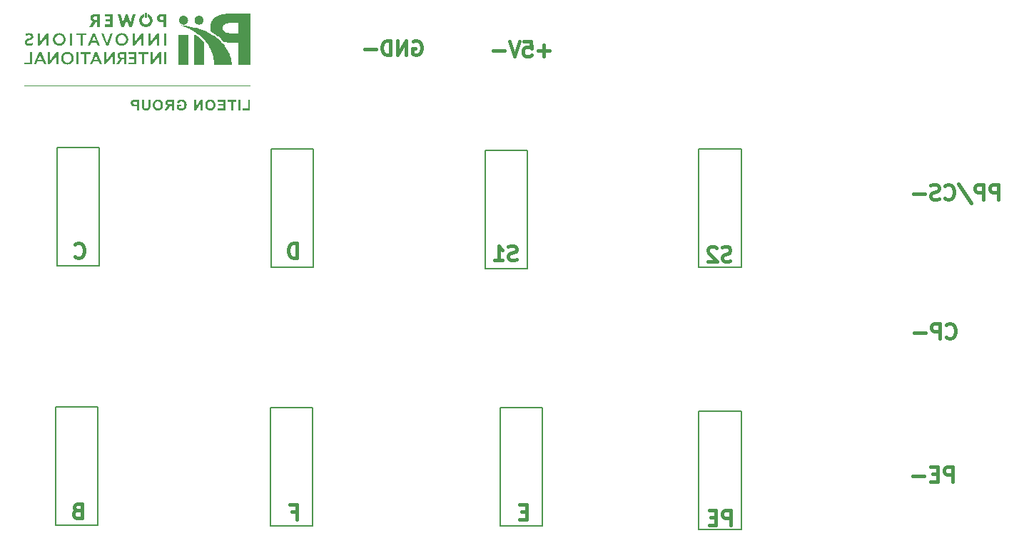
<source format=gbo>
%TF.GenerationSoftware,KiCad,Pcbnew,7.0.7*%
%TF.CreationDate,2023-12-20T15:38:10-07:00*%
%TF.ProjectId,Control Pilot PCB,436f6e74-726f-46c2-9050-696c6f742050,rev?*%
%TF.SameCoordinates,Original*%
%TF.FileFunction,Legend,Bot*%
%TF.FilePolarity,Positive*%
%FSLAX46Y46*%
G04 Gerber Fmt 4.6, Leading zero omitted, Abs format (unit mm)*
G04 Created by KiCad (PCBNEW 7.0.7) date 2023-12-20 15:38:10*
%MOMM*%
%LPD*%
G01*
G04 APERTURE LIST*
%ADD10C,0.000000*%
%ADD11C,0.150000*%
%ADD12C,0.400000*%
G04 APERTURE END LIST*
D10*
G36*
X67116529Y-54768721D02*
G01*
X66861154Y-54768721D01*
X66861154Y-53312771D01*
X67116529Y-53312771D01*
X67116529Y-54768721D01*
G37*
G36*
X74920624Y-49131391D02*
G01*
X74907279Y-49139059D01*
X74894235Y-49147175D01*
X74881501Y-49155730D01*
X74869086Y-49164713D01*
X74856996Y-49174116D01*
X74845240Y-49183929D01*
X74833825Y-49194144D01*
X74822761Y-49204750D01*
X74812054Y-49215738D01*
X74801714Y-49227099D01*
X74791747Y-49238824D01*
X74782161Y-49250903D01*
X74772966Y-49263328D01*
X74764168Y-49276087D01*
X74755776Y-49289173D01*
X74747798Y-49302576D01*
X74740241Y-49316287D01*
X74733114Y-49330295D01*
X74726425Y-49344593D01*
X74720181Y-49359170D01*
X74714391Y-49374017D01*
X74709063Y-49389126D01*
X74704204Y-49404485D01*
X74699823Y-49420087D01*
X74695927Y-49435922D01*
X74692525Y-49451981D01*
X74689624Y-49468253D01*
X74687233Y-49484730D01*
X74685359Y-49501403D01*
X74684011Y-49518262D01*
X74683196Y-49535298D01*
X74682923Y-49552501D01*
X74683492Y-49577295D01*
X74685182Y-49601732D01*
X74687971Y-49625783D01*
X74691834Y-49649420D01*
X74696747Y-49672615D01*
X74702686Y-49695340D01*
X74709626Y-49717567D01*
X74717545Y-49739267D01*
X74726417Y-49760413D01*
X74736220Y-49780975D01*
X74746928Y-49800927D01*
X74758518Y-49820239D01*
X74770966Y-49838884D01*
X74784247Y-49856834D01*
X74798339Y-49874059D01*
X74813216Y-49890533D01*
X74828856Y-49906226D01*
X74845233Y-49921112D01*
X74862323Y-49935160D01*
X74880104Y-49948345D01*
X74898550Y-49960636D01*
X74917639Y-49972006D01*
X74937344Y-49982428D01*
X74957644Y-49991872D01*
X74978513Y-50000310D01*
X74999929Y-50007715D01*
X75021865Y-50014057D01*
X75044300Y-50019310D01*
X75067208Y-50023445D01*
X75090566Y-50026433D01*
X75114350Y-50028246D01*
X75138535Y-50028857D01*
X75162720Y-50028246D01*
X75186503Y-50026433D01*
X75209861Y-50023445D01*
X75232769Y-50019310D01*
X75255204Y-50014057D01*
X75277141Y-50007715D01*
X75298556Y-50000310D01*
X75319425Y-49991872D01*
X75339725Y-49982428D01*
X75359431Y-49972006D01*
X75378519Y-49960636D01*
X75396965Y-49948345D01*
X75414746Y-49935161D01*
X75431837Y-49921112D01*
X75448214Y-49906226D01*
X75463853Y-49890533D01*
X75478731Y-49874059D01*
X75492822Y-49856834D01*
X75506104Y-49838884D01*
X75518552Y-49820239D01*
X75530142Y-49800927D01*
X75540851Y-49780976D01*
X75550653Y-49760413D01*
X75559525Y-49739267D01*
X75567444Y-49717567D01*
X75574385Y-49695341D01*
X75580323Y-49672616D01*
X75585236Y-49649421D01*
X75589099Y-49625783D01*
X75591888Y-49601732D01*
X75593579Y-49577296D01*
X75594148Y-49552502D01*
X75593149Y-49519685D01*
X75590190Y-49487517D01*
X75585326Y-49456062D01*
X75578614Y-49425386D01*
X75570109Y-49395555D01*
X75559869Y-49366634D01*
X75547949Y-49338689D01*
X75534405Y-49311784D01*
X75519293Y-49285986D01*
X75502670Y-49261359D01*
X75484591Y-49237969D01*
X75465114Y-49215882D01*
X75444293Y-49195163D01*
X75422185Y-49175878D01*
X75398846Y-49158091D01*
X75374332Y-49141868D01*
X75374332Y-48809763D01*
X75404535Y-48819240D01*
X75434128Y-48829836D01*
X75463089Y-48841528D01*
X75491394Y-48854292D01*
X75519021Y-48868105D01*
X75545947Y-48882944D01*
X75572149Y-48898786D01*
X75597603Y-48915607D01*
X75622288Y-48933383D01*
X75646181Y-48952092D01*
X75669257Y-48971711D01*
X75691495Y-48992215D01*
X75712871Y-49013583D01*
X75733363Y-49035790D01*
X75752948Y-49058812D01*
X75771603Y-49082628D01*
X75789304Y-49107214D01*
X75806030Y-49132545D01*
X75821756Y-49158600D01*
X75836461Y-49185354D01*
X75850120Y-49212785D01*
X75862713Y-49240868D01*
X75874214Y-49269582D01*
X75884603Y-49298902D01*
X75893855Y-49328805D01*
X75901947Y-49359269D01*
X75908858Y-49390268D01*
X75914563Y-49421782D01*
X75919040Y-49453785D01*
X75922267Y-49486255D01*
X75924219Y-49519168D01*
X75924875Y-49552502D01*
X75923889Y-49593342D01*
X75920958Y-49633543D01*
X75916125Y-49673061D01*
X75909432Y-49711854D01*
X75900921Y-49749877D01*
X75890634Y-49787089D01*
X75878615Y-49823446D01*
X75864905Y-49858904D01*
X75849546Y-49893421D01*
X75832580Y-49926954D01*
X75814051Y-49959460D01*
X75794000Y-49990895D01*
X75772470Y-50021217D01*
X75749502Y-50050382D01*
X75725140Y-50078348D01*
X75699425Y-50105071D01*
X75672399Y-50130508D01*
X75644106Y-50154616D01*
X75614587Y-50177352D01*
X75583884Y-50198673D01*
X75552041Y-50218536D01*
X75519098Y-50236898D01*
X75485099Y-50253715D01*
X75450085Y-50268945D01*
X75414099Y-50282545D01*
X75377184Y-50294471D01*
X75339381Y-50304680D01*
X75300733Y-50313130D01*
X75261282Y-50319777D01*
X75221071Y-50324579D01*
X75180141Y-50327491D01*
X75138535Y-50328471D01*
X75096929Y-50327491D01*
X75055999Y-50324579D01*
X75015788Y-50319777D01*
X74976337Y-50313130D01*
X74937689Y-50304680D01*
X74899886Y-50294471D01*
X74862970Y-50282545D01*
X74826985Y-50268945D01*
X74791971Y-50253715D01*
X74757972Y-50236898D01*
X74725029Y-50218536D01*
X74693185Y-50198673D01*
X74662483Y-50177352D01*
X74632964Y-50154616D01*
X74604670Y-50130507D01*
X74577645Y-50105070D01*
X74551930Y-50078348D01*
X74527567Y-50050382D01*
X74504599Y-50021217D01*
X74483069Y-49990895D01*
X74463018Y-49959460D01*
X74444488Y-49926954D01*
X74427523Y-49893421D01*
X74412164Y-49858904D01*
X74398454Y-49823445D01*
X74386434Y-49787089D01*
X74376148Y-49749877D01*
X74367637Y-49711853D01*
X74360943Y-49673061D01*
X74356110Y-49633543D01*
X74353179Y-49593342D01*
X74352193Y-49552501D01*
X74352873Y-49518570D01*
X74354897Y-49485076D01*
X74358240Y-49452044D01*
X74362879Y-49419497D01*
X74368789Y-49387461D01*
X74375947Y-49355959D01*
X74393906Y-49294658D01*
X74416564Y-49235791D01*
X74443728Y-49179553D01*
X74475203Y-49126140D01*
X74510798Y-49075749D01*
X74550317Y-49028574D01*
X74593569Y-48984813D01*
X74640359Y-48944661D01*
X74690494Y-48908314D01*
X74743782Y-48875968D01*
X74800029Y-48847819D01*
X74859040Y-48824062D01*
X74920624Y-48804895D01*
X74920624Y-49131391D01*
G37*
D11*
X89970000Y-64810000D02*
X95010000Y-64810000D01*
X95010000Y-78840000D01*
X89970000Y-78840000D01*
X89970000Y-64810000D01*
D10*
G36*
X77582923Y-50305569D02*
G01*
X77252088Y-50305569D01*
X77252088Y-49766772D01*
X77148054Y-49766772D01*
X77107538Y-49766475D01*
X77068622Y-49765564D01*
X77031252Y-49764014D01*
X76995372Y-49761796D01*
X76960930Y-49758883D01*
X76927870Y-49755247D01*
X76896138Y-49750861D01*
X76865679Y-49745698D01*
X76836440Y-49739730D01*
X76808365Y-49732929D01*
X76781401Y-49725269D01*
X76755492Y-49716721D01*
X76730585Y-49707259D01*
X76706625Y-49696854D01*
X76683557Y-49685480D01*
X76661328Y-49673109D01*
X76637968Y-49658398D01*
X76615565Y-49642329D01*
X76594195Y-49624912D01*
X76573933Y-49606155D01*
X76554855Y-49586068D01*
X76537038Y-49564660D01*
X76520557Y-49541941D01*
X76505489Y-49517918D01*
X76491909Y-49492602D01*
X76479893Y-49466002D01*
X76469517Y-49438126D01*
X76460857Y-49408984D01*
X76453990Y-49378585D01*
X76448990Y-49346939D01*
X76445935Y-49314053D01*
X76445404Y-49296555D01*
X76775735Y-49296555D01*
X76775832Y-49303524D01*
X76776122Y-49310384D01*
X76776606Y-49317131D01*
X76777280Y-49323767D01*
X76778145Y-49330290D01*
X76779199Y-49336699D01*
X76780441Y-49342994D01*
X76781869Y-49349174D01*
X76783484Y-49355237D01*
X76785283Y-49361184D01*
X76787265Y-49367014D01*
X76789430Y-49372725D01*
X76791776Y-49378317D01*
X76794303Y-49383789D01*
X76797008Y-49389141D01*
X76799891Y-49394371D01*
X76802950Y-49399479D01*
X76806186Y-49404464D01*
X76809596Y-49409326D01*
X76813179Y-49414063D01*
X76816934Y-49418674D01*
X76820861Y-49423160D01*
X76824957Y-49427519D01*
X76829223Y-49431750D01*
X76833656Y-49435853D01*
X76838256Y-49439827D01*
X76843021Y-49443670D01*
X76847950Y-49447384D01*
X76853043Y-49450965D01*
X76858298Y-49454415D01*
X76863714Y-49457731D01*
X76869290Y-49460914D01*
X76880056Y-49466479D01*
X76891315Y-49471487D01*
X76903123Y-49475964D01*
X76915534Y-49479939D01*
X76928603Y-49483437D01*
X76942385Y-49486488D01*
X76956935Y-49489117D01*
X76972306Y-49491354D01*
X76988554Y-49493224D01*
X77005734Y-49494757D01*
X77043107Y-49496915D01*
X77084863Y-49498049D01*
X77131440Y-49498379D01*
X77252088Y-49498379D01*
X77252088Y-49088592D01*
X77139801Y-49088592D01*
X77097733Y-49088822D01*
X77058809Y-49089659D01*
X77022860Y-49091321D01*
X77005947Y-49092531D01*
X76989715Y-49094029D01*
X76974141Y-49095844D01*
X76959204Y-49098002D01*
X76944884Y-49100532D01*
X76931158Y-49103460D01*
X76918006Y-49106814D01*
X76905407Y-49110622D01*
X76893338Y-49114910D01*
X76881780Y-49119707D01*
X76869287Y-49125901D01*
X76857533Y-49132771D01*
X76846526Y-49140311D01*
X76836277Y-49148515D01*
X76826795Y-49157377D01*
X76818088Y-49166891D01*
X76810166Y-49177051D01*
X76803039Y-49187850D01*
X76796715Y-49199284D01*
X76791205Y-49211345D01*
X76786516Y-49224027D01*
X76782660Y-49237326D01*
X76779644Y-49251234D01*
X76777478Y-49265745D01*
X76776172Y-49280854D01*
X76775735Y-49296555D01*
X76445404Y-49296555D01*
X76444900Y-49279938D01*
X76445226Y-49261048D01*
X76446194Y-49242593D01*
X76447786Y-49224571D01*
X76449985Y-49206979D01*
X76452774Y-49189816D01*
X76456136Y-49173077D01*
X76460053Y-49156761D01*
X76464508Y-49140865D01*
X76469485Y-49125386D01*
X76474966Y-49110322D01*
X76480934Y-49095669D01*
X76487371Y-49081426D01*
X76494261Y-49067589D01*
X76501587Y-49054156D01*
X76509330Y-49041125D01*
X76517475Y-49028492D01*
X76526003Y-49016255D01*
X76534898Y-49004411D01*
X76544143Y-48992958D01*
X76553719Y-48981893D01*
X76573802Y-48960916D01*
X76595007Y-48941459D01*
X76617199Y-48923500D01*
X76640239Y-48907020D01*
X76663990Y-48891996D01*
X76688315Y-48878406D01*
X76710924Y-48867246D01*
X76734260Y-48857112D01*
X76758318Y-48847963D01*
X76783097Y-48839756D01*
X76808594Y-48832449D01*
X76834805Y-48825999D01*
X76861728Y-48820364D01*
X76889359Y-48815502D01*
X76917696Y-48811371D01*
X76946736Y-48807928D01*
X76976475Y-48805130D01*
X77006912Y-48802936D01*
X77069863Y-48800190D01*
X77135567Y-48799350D01*
X77582923Y-48799350D01*
X77582923Y-50305569D01*
G37*
G36*
X73814993Y-51692971D02*
G01*
X73814491Y-51919943D01*
X73813297Y-52028623D01*
X73810972Y-52133343D01*
X73814993Y-52135354D01*
X73942430Y-51960914D01*
X74074391Y-51783458D01*
X74601230Y-51081572D01*
X74842529Y-51081572D01*
X74842529Y-52537520D01*
X74595197Y-52537520D01*
X74595197Y-51926227D01*
X74595699Y-51699241D01*
X74596893Y-51590531D01*
X74599218Y-51485749D01*
X74595197Y-51483844D01*
X74467760Y-51658244D01*
X74335799Y-51835740D01*
X73808856Y-52537520D01*
X73567555Y-52537520D01*
X73567555Y-51081572D01*
X73814993Y-51081572D01*
X73814993Y-51692971D01*
G37*
G36*
X65867313Y-53291673D02*
G01*
X65906485Y-53294487D01*
X65944954Y-53299127D01*
X65982681Y-53305551D01*
X66019627Y-53313717D01*
X66055752Y-53323584D01*
X66091016Y-53335110D01*
X66125380Y-53348254D01*
X66158805Y-53362973D01*
X66191251Y-53379227D01*
X66222679Y-53396973D01*
X66253050Y-53416171D01*
X66282323Y-53436777D01*
X66310460Y-53458752D01*
X66337421Y-53482053D01*
X66363166Y-53506638D01*
X66387657Y-53532467D01*
X66410853Y-53559497D01*
X66432716Y-53587687D01*
X66453206Y-53616995D01*
X66472283Y-53647379D01*
X66489908Y-53678799D01*
X66506041Y-53711212D01*
X66520644Y-53744576D01*
X66533677Y-53778851D01*
X66545100Y-53813995D01*
X66554873Y-53849965D01*
X66562958Y-53886721D01*
X66569315Y-53924220D01*
X66573905Y-53962422D01*
X66576688Y-54001284D01*
X66577624Y-54040765D01*
X66576688Y-54080247D01*
X66573905Y-54119109D01*
X66569315Y-54157311D01*
X66562958Y-54194810D01*
X66554873Y-54231566D01*
X66545100Y-54267536D01*
X66533677Y-54302680D01*
X66520644Y-54336955D01*
X66506041Y-54370320D01*
X66489908Y-54402733D01*
X66472283Y-54434152D01*
X66453206Y-54464537D01*
X66432716Y-54493845D01*
X66410853Y-54522034D01*
X66387657Y-54549064D01*
X66363166Y-54574893D01*
X66337421Y-54599478D01*
X66310460Y-54622779D01*
X66282323Y-54644754D01*
X66253050Y-54665360D01*
X66222679Y-54684558D01*
X66191251Y-54702304D01*
X66158805Y-54718558D01*
X66125380Y-54733277D01*
X66091016Y-54746420D01*
X66055752Y-54757946D01*
X66019627Y-54767813D01*
X65982681Y-54775979D01*
X65944954Y-54782403D01*
X65906485Y-54787043D01*
X65867313Y-54789858D01*
X65827477Y-54790805D01*
X65787642Y-54789858D01*
X65748471Y-54787043D01*
X65710003Y-54782403D01*
X65672278Y-54775979D01*
X65635335Y-54767813D01*
X65599213Y-54757946D01*
X65563952Y-54746420D01*
X65529591Y-54733277D01*
X65496170Y-54718558D01*
X65463728Y-54702304D01*
X65432305Y-54684558D01*
X65401939Y-54665360D01*
X65372670Y-54644754D01*
X65344538Y-54622779D01*
X65317582Y-54599478D01*
X65291842Y-54574893D01*
X65267356Y-54549064D01*
X65244165Y-54522034D01*
X65222307Y-54493845D01*
X65201822Y-54464537D01*
X65182749Y-54434152D01*
X65165128Y-54402733D01*
X65148999Y-54370320D01*
X65134400Y-54336955D01*
X65121371Y-54302680D01*
X65109951Y-54267536D01*
X65100180Y-54231566D01*
X65092098Y-54194810D01*
X65085743Y-54157311D01*
X65081155Y-54119109D01*
X65078373Y-54080247D01*
X65077437Y-54040765D01*
X65332812Y-54040765D01*
X65333427Y-54067724D01*
X65335253Y-54094287D01*
X65338265Y-54120424D01*
X65342438Y-54146106D01*
X65347747Y-54171302D01*
X65354166Y-54195981D01*
X65361670Y-54220114D01*
X65370233Y-54243671D01*
X65379830Y-54266620D01*
X65390435Y-54288933D01*
X65402023Y-54310579D01*
X65414569Y-54331527D01*
X65428048Y-54351748D01*
X65442433Y-54371210D01*
X65457699Y-54389885D01*
X65473822Y-54407742D01*
X65490775Y-54424751D01*
X65508534Y-54440881D01*
X65527072Y-54456102D01*
X65546365Y-54470385D01*
X65566387Y-54483698D01*
X65587113Y-54496012D01*
X65608516Y-54507296D01*
X65630573Y-54517521D01*
X65653257Y-54526656D01*
X65676543Y-54534671D01*
X65700405Y-54541536D01*
X65724819Y-54547220D01*
X65749758Y-54551694D01*
X65775198Y-54554927D01*
X65801113Y-54556889D01*
X65827477Y-54557550D01*
X65853842Y-54556889D01*
X65879758Y-54554927D01*
X65905199Y-54551694D01*
X65930140Y-54547220D01*
X65954557Y-54541536D01*
X65978422Y-54534671D01*
X66001711Y-54526656D01*
X66024398Y-54517521D01*
X66046459Y-54507296D01*
X66067867Y-54496012D01*
X66088596Y-54483698D01*
X66108623Y-54470385D01*
X66127920Y-54456102D01*
X66146464Y-54440881D01*
X66164227Y-54424751D01*
X66181185Y-54407742D01*
X66197313Y-54389885D01*
X66212585Y-54371210D01*
X66226975Y-54351748D01*
X66240458Y-54331527D01*
X66253008Y-54310579D01*
X66264601Y-54288933D01*
X66275210Y-54266620D01*
X66284811Y-54243671D01*
X66293378Y-54220114D01*
X66300884Y-54195981D01*
X66307306Y-54171302D01*
X66312617Y-54146106D01*
X66316793Y-54120424D01*
X66319806Y-54094287D01*
X66321633Y-54067724D01*
X66322248Y-54040765D01*
X66321633Y-54013807D01*
X66319806Y-53987244D01*
X66316793Y-53961106D01*
X66312617Y-53935425D01*
X66307306Y-53910229D01*
X66300884Y-53885549D01*
X66293378Y-53861416D01*
X66284811Y-53837860D01*
X66275210Y-53814910D01*
X66264601Y-53792598D01*
X66253008Y-53770952D01*
X66240458Y-53750004D01*
X66226975Y-53729783D01*
X66212585Y-53710321D01*
X66197313Y-53691646D01*
X66181185Y-53673789D01*
X66164227Y-53656780D01*
X66146464Y-53640650D01*
X66127920Y-53625429D01*
X66108623Y-53611147D01*
X66088596Y-53597834D01*
X66067867Y-53585520D01*
X66046459Y-53574235D01*
X66024398Y-53564010D01*
X66001711Y-53554875D01*
X65978422Y-53546860D01*
X65954557Y-53539996D01*
X65930140Y-53534311D01*
X65905199Y-53529838D01*
X65879758Y-53526605D01*
X65853842Y-53524643D01*
X65827477Y-53523982D01*
X65801113Y-53524643D01*
X65775198Y-53526605D01*
X65749758Y-53529838D01*
X65724819Y-53534311D01*
X65700405Y-53539996D01*
X65676543Y-53546860D01*
X65653257Y-53554875D01*
X65630573Y-53564010D01*
X65608516Y-53574235D01*
X65587113Y-53585520D01*
X65566387Y-53597834D01*
X65546365Y-53611147D01*
X65527072Y-53625429D01*
X65508534Y-53640650D01*
X65490775Y-53656780D01*
X65473822Y-53673789D01*
X65457699Y-53691646D01*
X65442433Y-53710321D01*
X65428048Y-53729783D01*
X65414569Y-53750004D01*
X65402023Y-53770952D01*
X65390435Y-53792598D01*
X65379830Y-53814910D01*
X65370233Y-53837860D01*
X65361670Y-53861416D01*
X65354166Y-53885549D01*
X65347747Y-53910229D01*
X65342438Y-53935425D01*
X65338265Y-53961106D01*
X65335253Y-53987244D01*
X65333427Y-54013807D01*
X65332812Y-54040765D01*
X65077437Y-54040765D01*
X65078373Y-54001284D01*
X65081155Y-53962422D01*
X65085743Y-53924220D01*
X65092098Y-53886721D01*
X65100180Y-53849965D01*
X65109951Y-53813995D01*
X65121371Y-53778851D01*
X65134400Y-53744576D01*
X65148999Y-53711212D01*
X65165128Y-53678799D01*
X65182749Y-53647379D01*
X65201822Y-53616995D01*
X65222307Y-53587687D01*
X65244165Y-53559497D01*
X65267356Y-53532467D01*
X65291842Y-53506638D01*
X65317582Y-53482053D01*
X65344538Y-53458752D01*
X65372670Y-53436777D01*
X65401939Y-53416171D01*
X65432305Y-53396973D01*
X65463728Y-53379227D01*
X65496170Y-53362973D01*
X65529591Y-53348254D01*
X65563952Y-53335110D01*
X65599213Y-53323584D01*
X65635335Y-53313717D01*
X65672278Y-53305551D01*
X65710003Y-53299127D01*
X65748471Y-53294487D01*
X65787642Y-53291673D01*
X65827477Y-53290725D01*
X65867313Y-53291673D01*
G37*
D11*
X64570000Y-64670000D02*
X69610000Y-64670000D01*
X69610000Y-78700000D01*
X64570000Y-78700000D01*
X64570000Y-64670000D01*
D10*
G36*
X68097771Y-51308838D02*
G01*
X67621204Y-51308838D01*
X67621204Y-52537563D01*
X67365829Y-52537563D01*
X67365829Y-51308838D01*
X66885239Y-51308838D01*
X66885239Y-51081614D01*
X68097771Y-51081614D01*
X68097771Y-51308838D01*
G37*
G36*
X87508885Y-54863240D02*
G01*
X86072832Y-54863240D01*
X86072832Y-52173274D01*
X85107949Y-52173274D01*
X85021408Y-52172597D01*
X84936000Y-52170582D01*
X84851708Y-52167246D01*
X84768515Y-52162611D01*
X84686403Y-52156696D01*
X84605356Y-52149521D01*
X84525355Y-52141105D01*
X84446384Y-52131470D01*
X84359106Y-52030072D01*
X84268206Y-51931730D01*
X84174045Y-51836436D01*
X84076983Y-51744181D01*
X83977380Y-51654955D01*
X83875595Y-51568749D01*
X83771989Y-51485554D01*
X83666922Y-51405361D01*
X83560754Y-51328160D01*
X83453844Y-51253943D01*
X83346553Y-51182701D01*
X83239240Y-51114423D01*
X83132266Y-51049102D01*
X83025990Y-50986728D01*
X82816974Y-50870783D01*
X82808018Y-50821742D01*
X82800207Y-50771684D01*
X82793557Y-50720593D01*
X82788083Y-50668456D01*
X82783799Y-50615258D01*
X82780721Y-50560983D01*
X82778863Y-50505616D01*
X82778248Y-50449778D01*
X84245936Y-50449778D01*
X84246263Y-50472277D01*
X84247241Y-50494292D01*
X84248871Y-50515823D01*
X84251154Y-50536869D01*
X84254088Y-50557430D01*
X84257673Y-50577506D01*
X84261911Y-50597096D01*
X84266799Y-50616201D01*
X84272339Y-50634819D01*
X84278529Y-50652951D01*
X84285370Y-50670596D01*
X84292862Y-50687754D01*
X84301005Y-50704425D01*
X84309798Y-50720607D01*
X84319241Y-50736302D01*
X84329334Y-50751508D01*
X84339971Y-50766293D01*
X84351009Y-50780684D01*
X84362449Y-50794679D01*
X84374292Y-50808280D01*
X84386540Y-50821486D01*
X84399193Y-50834296D01*
X84412253Y-50846711D01*
X84425721Y-50858731D01*
X84439598Y-50870355D01*
X84453886Y-50881584D01*
X84468585Y-50892416D01*
X84483698Y-50902852D01*
X84499225Y-50912892D01*
X84515167Y-50922536D01*
X84531526Y-50931783D01*
X84548303Y-50940633D01*
X84565408Y-50949126D01*
X84582791Y-50957303D01*
X84600449Y-50965163D01*
X84618383Y-50972707D01*
X84636592Y-50979937D01*
X84655074Y-50986852D01*
X84692858Y-50999741D01*
X84731728Y-51011380D01*
X84771678Y-51021774D01*
X84812703Y-51030928D01*
X84854796Y-51038846D01*
X84897778Y-51045623D01*
X84941158Y-51051503D01*
X84984937Y-51056486D01*
X85029117Y-51060569D01*
X85073698Y-51063748D01*
X85118682Y-51066023D01*
X85164071Y-51067389D01*
X85209865Y-51067845D01*
X86072832Y-51067845D01*
X86072832Y-49846211D01*
X85420157Y-49846211D01*
X85371630Y-49846503D01*
X85322567Y-49847375D01*
X85272972Y-49848823D01*
X85222844Y-49850841D01*
X85172186Y-49853425D01*
X85120998Y-49856569D01*
X85017039Y-49864520D01*
X84965112Y-49869818D01*
X84914420Y-49876585D01*
X84864958Y-49884820D01*
X84816722Y-49894524D01*
X84769706Y-49905696D01*
X84723906Y-49918336D01*
X84679316Y-49932445D01*
X84635933Y-49948022D01*
X84614857Y-49956431D01*
X84594256Y-49965266D01*
X84574129Y-49974526D01*
X84554477Y-49984212D01*
X84535300Y-49994323D01*
X84516598Y-50004858D01*
X84498372Y-50015816D01*
X84480622Y-50027199D01*
X84463348Y-50039004D01*
X84446551Y-50051231D01*
X84430230Y-50063881D01*
X84414387Y-50076952D01*
X84399021Y-50090444D01*
X84384133Y-50104357D01*
X84369724Y-50118690D01*
X84355793Y-50133442D01*
X84342507Y-50148726D01*
X84330075Y-50164611D01*
X84318498Y-50181097D01*
X84307775Y-50198184D01*
X84297907Y-50215871D01*
X84288895Y-50234156D01*
X84280739Y-50253040D01*
X84273440Y-50272521D01*
X84266998Y-50292598D01*
X84261413Y-50313271D01*
X84256686Y-50334539D01*
X84252817Y-50356402D01*
X84249808Y-50378858D01*
X84247657Y-50401906D01*
X84246367Y-50425547D01*
X84245936Y-50449778D01*
X82778248Y-50449778D01*
X82778241Y-50449144D01*
X82778987Y-50387243D01*
X82781227Y-50326678D01*
X82784959Y-50267447D01*
X82790185Y-50209550D01*
X82796903Y-50152988D01*
X82805113Y-50097760D01*
X82814815Y-50043867D01*
X82826010Y-49991308D01*
X82838697Y-49940084D01*
X82852875Y-49890195D01*
X82868546Y-49841639D01*
X82885708Y-49794419D01*
X82904361Y-49748533D01*
X82924506Y-49703981D01*
X82946141Y-49660764D01*
X82969268Y-49618881D01*
X82993737Y-49578191D01*
X83019241Y-49538554D01*
X83045780Y-49499970D01*
X83073355Y-49462439D01*
X83101966Y-49425963D01*
X83131614Y-49390541D01*
X83162298Y-49356175D01*
X83194021Y-49322865D01*
X83226781Y-49290612D01*
X83260580Y-49259416D01*
X83295417Y-49229277D01*
X83331295Y-49200198D01*
X83368212Y-49172177D01*
X83406169Y-49145216D01*
X83445167Y-49119316D01*
X83485206Y-49094477D01*
X83526205Y-49070616D01*
X83568077Y-49047651D01*
X83610823Y-49025582D01*
X83654441Y-49004409D01*
X83698929Y-48984133D01*
X83744287Y-48964754D01*
X83790512Y-48946273D01*
X83837605Y-48928689D01*
X83885564Y-48912002D01*
X83934387Y-48896215D01*
X83984073Y-48881325D01*
X84034621Y-48867335D01*
X84086030Y-48854244D01*
X84138298Y-48842052D01*
X84191424Y-48830760D01*
X84245408Y-48820368D01*
X84355179Y-48801725D01*
X84466609Y-48785564D01*
X84579701Y-48771886D01*
X84694458Y-48760692D01*
X84810881Y-48751983D01*
X84928974Y-48745761D01*
X85048738Y-48742027D01*
X85170177Y-48740782D01*
X87508885Y-48740782D01*
X87508885Y-54863240D01*
G37*
G36*
X81474050Y-48995238D02*
G01*
X81500939Y-48997283D01*
X81527437Y-49000650D01*
X81553511Y-49005307D01*
X81579127Y-49011219D01*
X81604253Y-49018354D01*
X81628855Y-49026679D01*
X81652900Y-49036160D01*
X81676354Y-49046763D01*
X81699184Y-49058457D01*
X81721357Y-49071206D01*
X81742840Y-49084979D01*
X81763600Y-49099741D01*
X81783602Y-49115460D01*
X81802815Y-49132102D01*
X81821203Y-49149635D01*
X81838736Y-49168023D01*
X81855378Y-49187236D01*
X81871097Y-49207238D01*
X81885859Y-49227997D01*
X81899632Y-49249480D01*
X81912382Y-49271653D01*
X81924075Y-49294484D01*
X81934678Y-49317938D01*
X81944159Y-49341982D01*
X81952484Y-49366584D01*
X81959619Y-49391710D01*
X81965532Y-49417326D01*
X81970188Y-49443400D01*
X81973555Y-49469898D01*
X81975600Y-49496787D01*
X81976289Y-49524033D01*
X81975600Y-49551279D01*
X81973555Y-49578168D01*
X81970188Y-49604666D01*
X81965532Y-49630740D01*
X81959619Y-49656356D01*
X81952484Y-49681482D01*
X81944159Y-49706084D01*
X81934678Y-49730128D01*
X81924075Y-49753582D01*
X81912382Y-49776412D01*
X81899632Y-49798586D01*
X81885859Y-49820069D01*
X81871097Y-49840828D01*
X81855378Y-49860830D01*
X81838736Y-49880042D01*
X81821203Y-49898431D01*
X81802815Y-49915963D01*
X81783602Y-49932606D01*
X81763600Y-49948324D01*
X81742840Y-49963087D01*
X81721357Y-49976860D01*
X81699184Y-49989609D01*
X81676354Y-50001302D01*
X81652900Y-50011906D01*
X81628855Y-50021387D01*
X81604253Y-50029711D01*
X81579127Y-50036847D01*
X81553511Y-50042759D01*
X81527437Y-50047416D01*
X81500939Y-50050783D01*
X81474050Y-50052828D01*
X81446803Y-50053517D01*
X81419557Y-50052828D01*
X81392668Y-50050783D01*
X81366170Y-50047416D01*
X81340096Y-50042759D01*
X81314480Y-50036847D01*
X81289354Y-50029711D01*
X81264752Y-50021387D01*
X81240708Y-50011906D01*
X81217254Y-50001302D01*
X81194424Y-49989609D01*
X81172250Y-49976860D01*
X81150767Y-49963087D01*
X81130008Y-49948324D01*
X81110006Y-49932606D01*
X81090794Y-49915963D01*
X81072405Y-49898431D01*
X81054873Y-49880042D01*
X81038230Y-49860830D01*
X81022512Y-49840828D01*
X81007749Y-49820069D01*
X80993976Y-49798586D01*
X80981227Y-49776412D01*
X80969534Y-49753582D01*
X80958930Y-49730128D01*
X80949449Y-49706084D01*
X80941125Y-49681482D01*
X80933989Y-49656356D01*
X80928077Y-49630740D01*
X80923420Y-49604666D01*
X80920053Y-49578168D01*
X80918008Y-49551279D01*
X80917319Y-49524033D01*
X80918008Y-49496787D01*
X80920053Y-49469898D01*
X80923420Y-49443400D01*
X80928077Y-49417326D01*
X80933989Y-49391710D01*
X80941125Y-49366584D01*
X80949449Y-49341982D01*
X80958930Y-49317938D01*
X80969534Y-49294484D01*
X80981227Y-49271653D01*
X80993976Y-49249480D01*
X81007749Y-49227997D01*
X81022512Y-49207238D01*
X81038230Y-49187236D01*
X81054873Y-49168023D01*
X81072405Y-49149635D01*
X81090794Y-49132102D01*
X81110006Y-49115460D01*
X81130008Y-49099741D01*
X81150767Y-49084979D01*
X81172250Y-49071206D01*
X81194424Y-49058457D01*
X81217254Y-49046763D01*
X81240708Y-49036160D01*
X81264752Y-49026679D01*
X81289354Y-49018354D01*
X81314480Y-49011219D01*
X81340096Y-49005307D01*
X81366170Y-49000650D01*
X81392668Y-48997283D01*
X81419557Y-48995238D01*
X81446803Y-48994549D01*
X81474050Y-48995238D01*
G37*
G36*
X66394532Y-52537543D02*
G01*
X66139158Y-52537543D01*
X66139158Y-51081593D01*
X66394532Y-51081593D01*
X66394532Y-52537543D01*
G37*
G36*
X70404452Y-53924180D02*
G01*
X70403949Y-54151153D01*
X70402755Y-54259832D01*
X70400429Y-54364553D01*
X70404452Y-54366564D01*
X70531887Y-54192124D01*
X70663848Y-54014667D01*
X71190687Y-53312781D01*
X71431987Y-53312781D01*
X71431987Y-54768730D01*
X71184655Y-54768730D01*
X71184655Y-54157437D01*
X71185157Y-53930451D01*
X71186351Y-53821740D01*
X71188675Y-53716958D01*
X71184655Y-53715054D01*
X71057218Y-53889454D01*
X70925256Y-54066948D01*
X70398313Y-54768730D01*
X70157012Y-54768730D01*
X70157012Y-53312781D01*
X70404452Y-53312781D01*
X70404452Y-53924180D01*
G37*
G36*
X87508494Y-57370314D02*
G01*
X60723881Y-57370314D01*
X60723881Y-57283531D01*
X87508494Y-57283531D01*
X87508494Y-57370314D01*
G37*
G36*
X79640013Y-48995238D02*
G01*
X79666902Y-48997283D01*
X79693400Y-49000650D01*
X79719474Y-49005307D01*
X79745090Y-49011219D01*
X79770216Y-49018354D01*
X79794818Y-49026679D01*
X79818863Y-49036160D01*
X79842317Y-49046763D01*
X79865147Y-49058457D01*
X79887320Y-49071206D01*
X79908803Y-49084979D01*
X79929563Y-49099741D01*
X79949565Y-49115460D01*
X79968778Y-49132102D01*
X79987166Y-49149635D01*
X80004699Y-49168023D01*
X80021341Y-49187236D01*
X80037060Y-49207238D01*
X80051822Y-49227997D01*
X80065595Y-49249480D01*
X80078345Y-49271653D01*
X80090038Y-49294484D01*
X80100641Y-49317938D01*
X80110122Y-49341982D01*
X80118447Y-49366584D01*
X80125582Y-49391710D01*
X80131495Y-49417326D01*
X80136151Y-49443400D01*
X80139518Y-49469898D01*
X80141563Y-49496787D01*
X80142252Y-49524033D01*
X80141563Y-49551279D01*
X80139518Y-49578168D01*
X80136151Y-49604666D01*
X80131495Y-49630740D01*
X80125582Y-49656356D01*
X80118447Y-49681482D01*
X80110122Y-49706084D01*
X80100641Y-49730128D01*
X80090038Y-49753582D01*
X80078345Y-49776412D01*
X80065595Y-49798586D01*
X80051822Y-49820069D01*
X80037060Y-49840828D01*
X80021341Y-49860830D01*
X80004699Y-49880042D01*
X79987166Y-49898431D01*
X79968778Y-49915963D01*
X79949565Y-49932606D01*
X79929563Y-49948324D01*
X79908803Y-49963087D01*
X79887320Y-49976860D01*
X79865147Y-49989609D01*
X79842317Y-50001302D01*
X79818863Y-50011906D01*
X79794818Y-50021387D01*
X79770216Y-50029711D01*
X79745090Y-50036847D01*
X79719474Y-50042759D01*
X79693400Y-50047416D01*
X79666902Y-50050783D01*
X79640013Y-50052828D01*
X79612766Y-50053517D01*
X79585520Y-50052828D01*
X79558631Y-50050783D01*
X79532133Y-50047416D01*
X79506059Y-50042759D01*
X79480443Y-50036847D01*
X79455317Y-50029711D01*
X79430715Y-50021387D01*
X79406671Y-50011906D01*
X79383217Y-50001302D01*
X79360387Y-49989609D01*
X79338213Y-49976860D01*
X79316730Y-49963087D01*
X79295971Y-49948324D01*
X79275969Y-49932606D01*
X79256757Y-49915963D01*
X79238368Y-49898431D01*
X79220836Y-49880042D01*
X79204193Y-49860830D01*
X79188475Y-49840828D01*
X79173712Y-49820069D01*
X79159939Y-49798586D01*
X79147190Y-49776412D01*
X79135497Y-49753582D01*
X79124893Y-49730128D01*
X79115412Y-49706084D01*
X79107088Y-49681482D01*
X79099952Y-49656356D01*
X79094040Y-49630740D01*
X79089383Y-49604666D01*
X79086016Y-49578168D01*
X79083971Y-49551279D01*
X79083282Y-49524033D01*
X79083971Y-49496787D01*
X79086016Y-49469898D01*
X79089383Y-49443400D01*
X79094040Y-49417326D01*
X79099952Y-49391710D01*
X79107088Y-49366584D01*
X79115412Y-49341982D01*
X79124893Y-49317938D01*
X79135497Y-49294484D01*
X79147190Y-49271653D01*
X79159939Y-49249480D01*
X79173712Y-49227997D01*
X79188475Y-49207238D01*
X79204193Y-49187236D01*
X79220836Y-49168023D01*
X79238368Y-49149635D01*
X79256757Y-49132102D01*
X79275969Y-49115460D01*
X79295971Y-49099741D01*
X79316730Y-49084979D01*
X79338213Y-49071206D01*
X79360387Y-49058457D01*
X79383217Y-49046763D01*
X79406671Y-49036160D01*
X79430715Y-49026679D01*
X79455317Y-49018354D01*
X79480443Y-49011219D01*
X79506059Y-49005307D01*
X79532133Y-49000650D01*
X79558631Y-48997283D01*
X79585520Y-48995238D01*
X79612766Y-48994549D01*
X79640013Y-48995238D01*
G37*
G36*
X72303101Y-49440107D02*
G01*
X72332627Y-49538453D01*
X72361587Y-49638545D01*
X72389377Y-49738240D01*
X72415390Y-49835395D01*
X72419623Y-49835395D01*
X72446846Y-49737993D01*
X72475240Y-49639828D01*
X72504426Y-49541682D01*
X72534030Y-49444340D01*
X72731621Y-48799392D01*
X72972921Y-48799392D01*
X73172629Y-49444340D01*
X73202232Y-49540834D01*
X73231418Y-49639074D01*
X73259812Y-49737710D01*
X73287034Y-49835395D01*
X73291267Y-49835395D01*
X73316919Y-49738917D01*
X73343761Y-49640873D01*
X73371397Y-49542828D01*
X73399430Y-49446351D01*
X73590775Y-48799392D01*
X73938227Y-48799392D01*
X73478487Y-50305612D01*
X73133152Y-50305612D01*
X72970910Y-49781314D01*
X72941983Y-49687545D01*
X72914435Y-49595920D01*
X72888057Y-49505446D01*
X72862642Y-49415130D01*
X72858516Y-49415130D01*
X72833477Y-49504470D01*
X72807834Y-49592798D01*
X72781020Y-49682277D01*
X72752470Y-49775069D01*
X72590122Y-50305612D01*
X72240660Y-50305612D01*
X71776793Y-48799392D01*
X72109637Y-48799392D01*
X72303101Y-49440107D01*
G37*
G36*
X74304590Y-60226205D02*
G01*
X74053552Y-60226205D01*
X74053552Y-59757257D01*
X73889934Y-59757257D01*
X73848574Y-59756980D01*
X73809741Y-59756146D01*
X73773430Y-59754757D01*
X73739638Y-59752813D01*
X73708361Y-59750313D01*
X73679595Y-59747257D01*
X73653337Y-59743645D01*
X73629583Y-59739478D01*
X73621336Y-59737556D01*
X73613104Y-59735400D01*
X73604886Y-59733011D01*
X73596684Y-59730388D01*
X73588498Y-59727531D01*
X73580327Y-59724441D01*
X73572172Y-59721116D01*
X73564033Y-59717557D01*
X73555911Y-59713764D01*
X73547804Y-59709736D01*
X73539714Y-59705474D01*
X73531640Y-59700976D01*
X73523583Y-59696244D01*
X73515544Y-59691276D01*
X73507521Y-59686073D01*
X73499515Y-59680635D01*
X73491588Y-59674929D01*
X73483838Y-59668965D01*
X73476267Y-59662742D01*
X73468873Y-59656260D01*
X73461657Y-59649516D01*
X73454618Y-59642512D01*
X73447755Y-59635246D01*
X73441069Y-59627718D01*
X73434559Y-59619926D01*
X73428224Y-59611872D01*
X73422065Y-59603553D01*
X73416082Y-59594969D01*
X73410273Y-59586120D01*
X73404639Y-59577004D01*
X73399179Y-59567623D01*
X73393893Y-59557973D01*
X73388858Y-59548088D01*
X73384149Y-59537916D01*
X73379768Y-59527460D01*
X73375713Y-59516718D01*
X73371984Y-59505691D01*
X73368581Y-59494379D01*
X73365504Y-59482782D01*
X73362752Y-59470899D01*
X73360325Y-59458731D01*
X73358222Y-59446278D01*
X73356444Y-59433539D01*
X73354990Y-59420516D01*
X73353860Y-59407207D01*
X73353053Y-59393613D01*
X73352569Y-59379733D01*
X73352446Y-59368955D01*
X73610957Y-59368955D01*
X73611068Y-59375789D01*
X73611403Y-59382518D01*
X73611960Y-59389142D01*
X73612740Y-59395662D01*
X73613741Y-59402076D01*
X73614964Y-59408384D01*
X73616409Y-59414586D01*
X73618074Y-59420682D01*
X73619961Y-59426671D01*
X73622068Y-59432553D01*
X73624395Y-59438327D01*
X73626941Y-59443995D01*
X73629707Y-59449554D01*
X73632693Y-59455005D01*
X73635897Y-59460347D01*
X73639320Y-59465581D01*
X73642975Y-59470693D01*
X73646796Y-59475632D01*
X73650784Y-59480398D01*
X73654939Y-59484990D01*
X73659260Y-59489409D01*
X73663749Y-59493656D01*
X73668404Y-59497730D01*
X73673227Y-59501631D01*
X73678217Y-59505360D01*
X73683375Y-59508916D01*
X73688700Y-59512300D01*
X73694194Y-59515513D01*
X73699855Y-59518554D01*
X73705685Y-59521423D01*
X73711683Y-59524120D01*
X73717849Y-59526646D01*
X73724484Y-59529010D01*
X73731888Y-59531221D01*
X73749002Y-59535181D01*
X73769189Y-59538529D01*
X73792449Y-59541265D01*
X73818779Y-59543391D01*
X73848178Y-59544909D01*
X73880646Y-59545818D01*
X73916181Y-59546121D01*
X74053552Y-59546121D01*
X74053552Y-59193484D01*
X73932268Y-59193484D01*
X73899788Y-59193613D01*
X73870138Y-59194003D01*
X73843318Y-59194656D01*
X73819330Y-59195574D01*
X73798174Y-59196760D01*
X73779852Y-59198217D01*
X73764366Y-59199946D01*
X73751716Y-59201951D01*
X73744177Y-59203449D01*
X73736803Y-59205206D01*
X73729593Y-59207221D01*
X73722547Y-59209495D01*
X73715665Y-59212028D01*
X73708948Y-59214821D01*
X73702395Y-59217874D01*
X73696008Y-59221186D01*
X73689785Y-59224760D01*
X73683727Y-59228593D01*
X73677835Y-59232688D01*
X73672107Y-59237045D01*
X73666546Y-59241663D01*
X73661150Y-59246543D01*
X73655920Y-59251685D01*
X73650857Y-59257090D01*
X73646031Y-59262680D01*
X73641515Y-59268456D01*
X73637310Y-59274418D01*
X73633416Y-59280567D01*
X73629832Y-59286902D01*
X73626558Y-59293425D01*
X73623596Y-59300134D01*
X73620945Y-59307030D01*
X73618605Y-59314114D01*
X73616577Y-59321385D01*
X73614860Y-59328843D01*
X73613456Y-59336489D01*
X73612363Y-59344324D01*
X73611582Y-59352346D01*
X73611113Y-59360556D01*
X73610957Y-59368955D01*
X73352446Y-59368955D01*
X73352407Y-59365568D01*
X73352689Y-59347229D01*
X73353533Y-59329319D01*
X73354941Y-59311837D01*
X73356912Y-59294784D01*
X73359445Y-59278160D01*
X73362542Y-59261963D01*
X73366202Y-59246196D01*
X73370425Y-59230856D01*
X73375211Y-59215944D01*
X73380560Y-59201460D01*
X73386472Y-59187403D01*
X73392947Y-59173774D01*
X73399986Y-59160572D01*
X73407587Y-59147797D01*
X73415751Y-59135449D01*
X73424479Y-59123528D01*
X73433623Y-59112058D01*
X73443038Y-59101104D01*
X73452724Y-59090666D01*
X73462680Y-59080742D01*
X73472907Y-59071333D01*
X73483406Y-59062438D01*
X73494176Y-59054057D01*
X73505217Y-59046190D01*
X73516530Y-59038837D01*
X73528114Y-59031997D01*
X73539971Y-59025669D01*
X73552099Y-59019855D01*
X73564500Y-59014552D01*
X73577173Y-59009761D01*
X73590119Y-59005482D01*
X73603337Y-59001714D01*
X73623211Y-58997363D01*
X73648065Y-58993596D01*
X73677900Y-58990412D01*
X73712716Y-58987810D01*
X73752513Y-58985788D01*
X73797290Y-58984345D01*
X73847048Y-58983481D01*
X73901788Y-58983193D01*
X74304590Y-58983193D01*
X74304590Y-60226205D01*
G37*
G36*
X61640753Y-54768762D02*
G01*
X60723707Y-54768762D01*
X60723707Y-54541432D01*
X61385378Y-54541432D01*
X61385378Y-53312812D01*
X61640753Y-53312812D01*
X61640753Y-54768762D01*
G37*
D11*
X117150000Y-95590000D02*
X122190000Y-95590000D01*
X122190000Y-109620000D01*
X117150000Y-109620000D01*
X117150000Y-95590000D01*
D10*
G36*
X68576403Y-53540037D02*
G01*
X68099836Y-53540037D01*
X68099836Y-54768762D01*
X67844460Y-54768762D01*
X67844460Y-53540037D01*
X67363871Y-53540037D01*
X67363871Y-53312814D01*
X68576403Y-53312814D01*
X68576403Y-53540037D01*
G37*
D11*
X115380000Y-65015000D02*
X120420000Y-65015000D01*
X120420000Y-79045000D01*
X115380000Y-79045000D01*
X115380000Y-65015000D01*
D10*
G36*
X63766353Y-53924180D02*
G01*
X63765850Y-54151153D01*
X63764656Y-54259832D01*
X63762332Y-54364553D01*
X63766353Y-54366564D01*
X63893790Y-54192124D01*
X64025751Y-54014667D01*
X64552589Y-53312781D01*
X64793889Y-53312781D01*
X64793889Y-54768730D01*
X64546557Y-54768730D01*
X64546557Y-54157437D01*
X64547060Y-53930451D01*
X64548254Y-53821740D01*
X64550579Y-53716958D01*
X64546557Y-53715054D01*
X64419120Y-53889454D01*
X64287159Y-54066948D01*
X63760215Y-54768730D01*
X63518915Y-54768730D01*
X63518915Y-53312781D01*
X63766353Y-53312781D01*
X63766353Y-53924180D01*
G37*
G36*
X69704511Y-52537488D02*
G01*
X69441092Y-52537488D01*
X69300334Y-52181571D01*
X68672955Y-52181571D01*
X68534207Y-52537488D01*
X68262745Y-52537488D01*
X68493757Y-51972444D01*
X68755399Y-51972444D01*
X69217889Y-51972444D01*
X69133435Y-51753264D01*
X69096392Y-51656115D01*
X69060291Y-51559721D01*
X69024567Y-51462572D01*
X68988655Y-51363161D01*
X68984633Y-51363161D01*
X68949570Y-51460876D01*
X68913751Y-51558213D01*
X68877179Y-51655550D01*
X68839853Y-51753264D01*
X68755399Y-51972444D01*
X68493757Y-51972444D01*
X68857951Y-51081645D01*
X69107295Y-51081645D01*
X69704511Y-52537488D01*
G37*
G36*
X75932529Y-53924180D02*
G01*
X75932027Y-54151153D01*
X75930833Y-54259832D01*
X75928508Y-54364553D01*
X75932529Y-54366564D01*
X76059966Y-54192124D01*
X76191926Y-54014667D01*
X76718764Y-53312781D01*
X76960065Y-53312781D01*
X76960065Y-54768730D01*
X76712733Y-54768730D01*
X76712733Y-54157437D01*
X76713235Y-53930451D01*
X76714429Y-53821740D01*
X76716754Y-53716958D01*
X76712733Y-53715054D01*
X76585296Y-53889454D01*
X76453334Y-54066948D01*
X75926391Y-54768730D01*
X75685090Y-54768730D01*
X75685090Y-53312781D01*
X75932529Y-53312781D01*
X75932529Y-53924180D01*
G37*
G36*
X81200695Y-51360059D02*
G01*
X81321840Y-51454060D01*
X81443308Y-51554218D01*
X81564486Y-51660644D01*
X81624774Y-51716242D01*
X81684761Y-51773449D01*
X81744368Y-51832279D01*
X81803520Y-51892746D01*
X81862140Y-51954864D01*
X81920152Y-52018646D01*
X81977478Y-52084107D01*
X82034043Y-52151261D01*
X82034043Y-54863238D01*
X80859504Y-54863238D01*
X80859504Y-51272103D01*
X81080485Y-51272103D01*
X81200695Y-51360059D01*
G37*
G36*
X87502810Y-60226196D02*
G01*
X86627781Y-60226196D01*
X86627781Y-60016751D01*
X87251773Y-60016751D01*
X87251773Y-58993344D01*
X87502810Y-58993344D01*
X87502810Y-60226196D01*
G37*
D11*
X64430000Y-95460000D02*
X69470000Y-95460000D01*
X69470000Y-109490000D01*
X64430000Y-109490000D01*
X64430000Y-95460000D01*
X140720000Y-64810000D02*
X145760000Y-64810000D01*
X145760000Y-78840000D01*
X140720000Y-78840000D01*
X140720000Y-64810000D01*
D10*
G36*
X79645276Y-50178521D02*
G01*
X79914702Y-50215817D01*
X80213484Y-50262673D01*
X80533116Y-50319764D01*
X80865095Y-50387763D01*
X81200916Y-50467344D01*
X81532075Y-50559178D01*
X81835762Y-50668237D01*
X82159804Y-50802472D01*
X82351584Y-50889775D01*
X82558141Y-50990635D01*
X82775679Y-51105124D01*
X83000399Y-51233318D01*
X83228504Y-51375291D01*
X83456198Y-51531116D01*
X83679683Y-51700867D01*
X83895163Y-51884619D01*
X84098839Y-52082446D01*
X84195065Y-52186661D01*
X84286915Y-52294422D01*
X84376438Y-52406914D01*
X84460780Y-52518733D01*
X84540096Y-52629738D01*
X84614540Y-52739789D01*
X84684265Y-52848746D01*
X84749425Y-52956466D01*
X84810175Y-53062811D01*
X84866668Y-53167640D01*
X84919058Y-53270811D01*
X84967499Y-53372185D01*
X85053151Y-53568979D01*
X85124853Y-53756896D01*
X85183839Y-53934812D01*
X85231339Y-54101604D01*
X85268584Y-54256146D01*
X85296807Y-54397315D01*
X85317237Y-54523986D01*
X85331108Y-54635036D01*
X85339650Y-54729339D01*
X85345672Y-54863209D01*
X83223926Y-54863209D01*
X83220039Y-54679141D01*
X83209767Y-54499671D01*
X83193352Y-54324754D01*
X83171033Y-54154344D01*
X83143052Y-53988395D01*
X83109649Y-53826861D01*
X83071064Y-53669697D01*
X83027538Y-53516857D01*
X82979311Y-53368295D01*
X82926624Y-53223965D01*
X82869717Y-53083822D01*
X82808831Y-52947820D01*
X82744207Y-52815914D01*
X82676085Y-52688057D01*
X82604705Y-52564204D01*
X82530308Y-52444308D01*
X82453134Y-52328325D01*
X82373424Y-52216209D01*
X82207359Y-52003393D01*
X82034035Y-51805495D01*
X81855377Y-51622149D01*
X81673309Y-51452988D01*
X81489755Y-51297647D01*
X81306639Y-51155761D01*
X81125886Y-51026962D01*
X80981974Y-50931511D01*
X80838512Y-50841954D01*
X80696125Y-50758154D01*
X80555443Y-50679973D01*
X80417091Y-50607273D01*
X80281697Y-50539917D01*
X80149890Y-50477766D01*
X80022295Y-50420683D01*
X79899541Y-50368530D01*
X79782256Y-50321168D01*
X79566598Y-50240271D01*
X79380341Y-50176889D01*
X79228506Y-50129919D01*
X79645276Y-50178521D01*
G37*
G36*
X69939831Y-54768687D02*
G01*
X69676412Y-54768687D01*
X69535654Y-54412770D01*
X68908275Y-54412770D01*
X68769527Y-54768687D01*
X68498065Y-54768687D01*
X68729077Y-54203643D01*
X68990718Y-54203643D01*
X69453209Y-54203643D01*
X69368756Y-53984463D01*
X69331712Y-53887314D01*
X69295611Y-53790920D01*
X69259887Y-53693772D01*
X69223975Y-53594361D01*
X69219954Y-53594361D01*
X69184889Y-53692075D01*
X69149071Y-53789412D01*
X69112499Y-53886749D01*
X69075173Y-53984463D01*
X68990718Y-54203643D01*
X68729077Y-54203643D01*
X69093270Y-53312844D01*
X69342615Y-53312844D01*
X69939831Y-54768687D01*
G37*
G36*
X72799407Y-54768699D02*
G01*
X72544031Y-54768699D01*
X72544031Y-54167459D01*
X72348980Y-54167459D01*
X71942792Y-54768699D01*
X71643177Y-54768699D01*
X72081539Y-54139308D01*
X72062564Y-54134296D01*
X72044103Y-54128695D01*
X72026159Y-54122513D01*
X72008740Y-54115763D01*
X71991852Y-54108455D01*
X71975499Y-54100599D01*
X71959688Y-54092206D01*
X71944425Y-54083287D01*
X71929716Y-54073853D01*
X71915567Y-54063914D01*
X71901983Y-54053481D01*
X71888970Y-54042564D01*
X71876535Y-54031175D01*
X71864683Y-54019323D01*
X71853421Y-54007020D01*
X71842753Y-53994277D01*
X71832686Y-53981103D01*
X71823226Y-53967510D01*
X71814378Y-53953508D01*
X71806150Y-53939109D01*
X71798545Y-53924321D01*
X71791571Y-53909158D01*
X71785233Y-53893628D01*
X71779538Y-53877743D01*
X71774490Y-53861513D01*
X71770096Y-53844950D01*
X71766362Y-53828063D01*
X71763294Y-53810863D01*
X71760897Y-53793362D01*
X71759178Y-53775569D01*
X71758406Y-53755240D01*
X72013170Y-53755240D01*
X72013498Y-53768555D01*
X72014470Y-53781361D01*
X72015194Y-53787575D01*
X72016073Y-53793666D01*
X72017106Y-53799633D01*
X72018292Y-53805479D01*
X72019627Y-53811204D01*
X72021111Y-53816809D01*
X72022742Y-53822296D01*
X72024517Y-53827665D01*
X72026435Y-53832918D01*
X72028494Y-53838055D01*
X72030692Y-53843079D01*
X72033027Y-53847989D01*
X72035498Y-53852788D01*
X72038103Y-53857475D01*
X72043706Y-53866522D01*
X72049822Y-53875140D01*
X72056435Y-53883336D01*
X72063531Y-53891119D01*
X72071096Y-53898499D01*
X72079115Y-53905485D01*
X72087572Y-53912085D01*
X72098746Y-53919698D01*
X72110417Y-53926714D01*
X72122613Y-53933146D01*
X72135360Y-53939010D01*
X72148684Y-53944321D01*
X72162612Y-53949092D01*
X72177171Y-53953339D01*
X72192386Y-53957076D01*
X72208285Y-53960319D01*
X72224893Y-53963081D01*
X72242238Y-53965378D01*
X72260346Y-53967225D01*
X72279243Y-53968635D01*
X72298956Y-53969624D01*
X72319512Y-53970207D01*
X72340936Y-53970398D01*
X72544031Y-53970398D01*
X72544031Y-53540079D01*
X72389197Y-53540079D01*
X72343800Y-53540405D01*
X72302385Y-53541556D01*
X72283061Y-53542522D01*
X72264599Y-53543791D01*
X72246957Y-53545396D01*
X72230089Y-53547369D01*
X72213952Y-53549743D01*
X72198501Y-53552549D01*
X72183693Y-53555821D01*
X72169482Y-53559591D01*
X72155825Y-53563891D01*
X72142677Y-53568754D01*
X72129995Y-53574211D01*
X72117734Y-53580296D01*
X72105956Y-53586944D01*
X72094766Y-53594082D01*
X72084190Y-53601725D01*
X72074250Y-53609893D01*
X72064969Y-53618603D01*
X72056372Y-53627873D01*
X72048482Y-53637720D01*
X72041322Y-53648162D01*
X72034917Y-53659217D01*
X72029289Y-53670902D01*
X72024462Y-53683235D01*
X72020460Y-53696234D01*
X72017306Y-53709916D01*
X72015024Y-53724299D01*
X72013638Y-53739401D01*
X72013170Y-53755240D01*
X71758406Y-53755240D01*
X71757796Y-53739153D01*
X71758059Y-53723105D01*
X71758841Y-53707387D01*
X71760130Y-53691997D01*
X71761915Y-53676934D01*
X71764185Y-53662199D01*
X71766928Y-53647790D01*
X71770133Y-53633706D01*
X71773788Y-53619948D01*
X71777882Y-53606513D01*
X71782403Y-53593401D01*
X71787341Y-53580612D01*
X71792683Y-53568145D01*
X71798418Y-53555999D01*
X71804535Y-53544173D01*
X71811023Y-53532667D01*
X71817869Y-53521479D01*
X71825063Y-53510610D01*
X71832593Y-53500058D01*
X71840448Y-53489823D01*
X71848617Y-53479904D01*
X71857087Y-53470300D01*
X71865848Y-53461010D01*
X71884195Y-53443371D01*
X71903567Y-53426981D01*
X71923873Y-53411834D01*
X71945022Y-53397924D01*
X71966921Y-53385245D01*
X71988759Y-53374160D01*
X72011266Y-53364238D01*
X72034403Y-53355417D01*
X72058131Y-53347637D01*
X72082414Y-53340834D01*
X72107212Y-53334947D01*
X72132488Y-53329915D01*
X72158202Y-53325675D01*
X72184317Y-53322165D01*
X72210794Y-53319324D01*
X72264682Y-53315401D01*
X72319560Y-53313410D01*
X72375121Y-53312856D01*
X72799407Y-53312856D01*
X72799407Y-54768699D01*
G37*
G36*
X64902040Y-51060463D02*
G01*
X64941212Y-51063277D01*
X64979681Y-51067917D01*
X65017408Y-51074341D01*
X65054354Y-51082508D01*
X65090478Y-51092375D01*
X65125742Y-51103901D01*
X65160107Y-51117044D01*
X65193532Y-51131763D01*
X65225978Y-51148017D01*
X65257406Y-51165763D01*
X65287776Y-51184961D01*
X65317049Y-51205568D01*
X65345186Y-51227542D01*
X65372147Y-51250843D01*
X65397892Y-51275429D01*
X65422383Y-51301257D01*
X65445580Y-51328287D01*
X65467442Y-51356477D01*
X65487932Y-51385785D01*
X65507009Y-51416170D01*
X65524634Y-51447589D01*
X65540768Y-51480002D01*
X65555371Y-51513367D01*
X65568403Y-51547642D01*
X65579826Y-51582785D01*
X65589600Y-51618756D01*
X65597685Y-51655512D01*
X65604042Y-51693011D01*
X65608631Y-51731213D01*
X65611414Y-51770075D01*
X65612350Y-51809557D01*
X65611414Y-51849038D01*
X65608631Y-51887900D01*
X65604042Y-51926102D01*
X65597685Y-51963601D01*
X65589600Y-52000357D01*
X65579826Y-52036327D01*
X65568403Y-52071471D01*
X65555371Y-52105746D01*
X65540768Y-52139110D01*
X65524634Y-52171523D01*
X65507009Y-52202943D01*
X65487932Y-52233327D01*
X65467442Y-52262635D01*
X65445580Y-52290825D01*
X65422383Y-52317855D01*
X65397892Y-52343684D01*
X65372147Y-52368269D01*
X65345186Y-52391570D01*
X65317049Y-52413545D01*
X65287776Y-52434152D01*
X65257406Y-52453349D01*
X65225978Y-52471095D01*
X65193532Y-52487349D01*
X65160107Y-52502068D01*
X65125742Y-52515212D01*
X65090478Y-52526738D01*
X65054354Y-52536605D01*
X65017408Y-52544771D01*
X64979681Y-52551195D01*
X64941212Y-52555835D01*
X64902040Y-52558650D01*
X64862204Y-52559597D01*
X64822369Y-52558650D01*
X64783198Y-52555835D01*
X64744730Y-52551195D01*
X64707005Y-52544771D01*
X64670062Y-52536605D01*
X64633940Y-52526738D01*
X64598679Y-52515212D01*
X64564318Y-52502068D01*
X64530897Y-52487349D01*
X64498455Y-52471095D01*
X64467031Y-52453349D01*
X64436666Y-52434152D01*
X64407397Y-52413545D01*
X64379265Y-52391570D01*
X64352309Y-52368269D01*
X64326569Y-52343684D01*
X64302083Y-52317855D01*
X64278891Y-52290825D01*
X64257033Y-52262635D01*
X64236549Y-52233327D01*
X64217476Y-52202943D01*
X64199855Y-52171523D01*
X64183726Y-52139110D01*
X64169127Y-52105746D01*
X64156098Y-52071471D01*
X64144678Y-52036327D01*
X64134907Y-52000357D01*
X64126825Y-51963601D01*
X64120470Y-51926102D01*
X64115882Y-51887900D01*
X64113100Y-51849038D01*
X64112164Y-51809557D01*
X64367539Y-51809557D01*
X64368154Y-51836515D01*
X64369980Y-51863078D01*
X64372992Y-51889216D01*
X64377165Y-51914897D01*
X64382474Y-51940093D01*
X64388893Y-51964773D01*
X64396397Y-51988906D01*
X64404960Y-52012462D01*
X64414556Y-52035412D01*
X64425162Y-52057725D01*
X64436750Y-52079370D01*
X64449296Y-52100318D01*
X64462774Y-52120539D01*
X64477160Y-52140002D01*
X64492426Y-52158677D01*
X64508549Y-52176533D01*
X64525502Y-52193542D01*
X64543261Y-52209672D01*
X64561799Y-52224893D01*
X64581092Y-52239175D01*
X64601114Y-52252489D01*
X64621840Y-52264803D01*
X64643243Y-52276087D01*
X64665300Y-52286312D01*
X64687984Y-52295447D01*
X64711270Y-52303462D01*
X64735132Y-52310327D01*
X64759546Y-52316011D01*
X64784485Y-52320485D01*
X64809925Y-52323718D01*
X64835840Y-52325680D01*
X64862204Y-52326340D01*
X64888578Y-52325680D01*
X64914502Y-52323718D01*
X64939950Y-52320485D01*
X64964898Y-52316011D01*
X64989319Y-52310327D01*
X65013188Y-52303462D01*
X65036480Y-52295447D01*
X65059170Y-52286312D01*
X65081232Y-52276087D01*
X65102640Y-52264803D01*
X65123370Y-52252489D01*
X65143396Y-52239175D01*
X65162693Y-52224893D01*
X65181235Y-52209672D01*
X65198996Y-52193542D01*
X65215952Y-52176533D01*
X65232077Y-52158677D01*
X65247346Y-52140002D01*
X65261733Y-52120539D01*
X65275212Y-52100318D01*
X65287760Y-52079370D01*
X65299349Y-52057725D01*
X65309955Y-52035412D01*
X65319553Y-52012462D01*
X65328116Y-51988906D01*
X65335620Y-51964773D01*
X65342040Y-51940093D01*
X65347349Y-51914897D01*
X65351522Y-51889216D01*
X65354534Y-51863078D01*
X65356360Y-51836515D01*
X65356975Y-51809557D01*
X65356360Y-51782598D01*
X65354534Y-51756035D01*
X65351522Y-51729897D01*
X65347349Y-51704216D01*
X65342040Y-51679020D01*
X65335620Y-51654340D01*
X65328116Y-51630207D01*
X65319553Y-51606651D01*
X65309955Y-51583701D01*
X65299349Y-51561388D01*
X65287760Y-51539743D01*
X65275212Y-51518795D01*
X65261733Y-51498574D01*
X65247346Y-51479111D01*
X65232077Y-51460436D01*
X65215952Y-51442579D01*
X65198996Y-51425571D01*
X65181235Y-51409441D01*
X65162693Y-51394220D01*
X65143396Y-51379937D01*
X65123370Y-51366624D01*
X65102640Y-51354310D01*
X65081232Y-51343025D01*
X65059170Y-51332800D01*
X65036480Y-51323665D01*
X65013188Y-51315650D01*
X64989319Y-51308786D01*
X64964898Y-51303101D01*
X64939950Y-51298628D01*
X64914502Y-51295395D01*
X64888578Y-51293433D01*
X64862204Y-51292772D01*
X64835840Y-51293433D01*
X64809925Y-51295395D01*
X64784485Y-51298628D01*
X64759546Y-51303101D01*
X64735132Y-51308786D01*
X64711270Y-51315650D01*
X64687984Y-51323665D01*
X64665300Y-51332800D01*
X64643243Y-51343025D01*
X64621840Y-51354310D01*
X64601114Y-51366624D01*
X64581092Y-51379937D01*
X64561799Y-51394220D01*
X64543261Y-51409441D01*
X64525502Y-51425571D01*
X64508549Y-51442579D01*
X64492426Y-51460436D01*
X64477160Y-51479111D01*
X64462774Y-51498574D01*
X64449296Y-51518795D01*
X64436750Y-51539743D01*
X64425162Y-51561388D01*
X64414556Y-51583701D01*
X64404960Y-51606651D01*
X64396397Y-51630207D01*
X64388893Y-51654340D01*
X64382474Y-51679020D01*
X64377165Y-51704216D01*
X64372992Y-51729897D01*
X64369980Y-51756035D01*
X64368154Y-51782598D01*
X64367539Y-51809557D01*
X64112164Y-51809557D01*
X64113100Y-51770075D01*
X64115882Y-51731213D01*
X64120470Y-51693011D01*
X64126825Y-51655512D01*
X64134907Y-51618756D01*
X64144678Y-51582785D01*
X64156098Y-51547642D01*
X64169127Y-51513367D01*
X64183726Y-51480002D01*
X64199855Y-51447589D01*
X64217476Y-51416170D01*
X64236549Y-51385785D01*
X64257033Y-51356477D01*
X64278891Y-51328287D01*
X64302083Y-51301257D01*
X64326569Y-51275429D01*
X64352309Y-51250843D01*
X64379265Y-51227542D01*
X64407397Y-51205568D01*
X64436666Y-51184961D01*
X64467031Y-51165763D01*
X64498455Y-51148017D01*
X64530897Y-51131763D01*
X64564318Y-51117044D01*
X64598679Y-51103901D01*
X64633940Y-51092375D01*
X64670062Y-51082508D01*
X64707005Y-51074341D01*
X64744730Y-51067917D01*
X64783198Y-51063277D01*
X64822369Y-51060463D01*
X64862204Y-51059515D01*
X64902040Y-51060463D01*
G37*
D11*
X140720000Y-96000000D02*
X145760000Y-96000000D01*
X145760000Y-110030000D01*
X140720000Y-110030000D01*
X140720000Y-96000000D01*
D10*
G36*
X80199962Y-54863230D02*
G01*
X79025423Y-54863230D01*
X79025423Y-51272093D01*
X80199962Y-51272093D01*
X80199962Y-54863230D01*
G37*
G36*
X78475132Y-60226154D02*
G01*
X78224096Y-60226154D01*
X78224096Y-59707252D01*
X78173294Y-59707252D01*
X78152394Y-59707471D01*
X78132952Y-59708127D01*
X78114969Y-59709223D01*
X78106524Y-59709935D01*
X78098444Y-59710758D01*
X78090729Y-59711692D01*
X78083378Y-59712735D01*
X78076392Y-59713890D01*
X78069770Y-59715155D01*
X78063514Y-59716532D01*
X78057621Y-59718019D01*
X78052094Y-59719618D01*
X78046931Y-59721329D01*
X78041966Y-59723168D01*
X78037033Y-59725193D01*
X78032133Y-59727403D01*
X78027265Y-59729800D01*
X78022430Y-59732381D01*
X78017626Y-59735148D01*
X78012855Y-59738100D01*
X78008116Y-59741238D01*
X78003410Y-59744559D01*
X77998736Y-59748066D01*
X77994093Y-59751757D01*
X77989484Y-59755633D01*
X77984906Y-59759692D01*
X77980361Y-59763936D01*
X77975848Y-59768363D01*
X77971367Y-59772975D01*
X77961524Y-59784066D01*
X77949775Y-59798527D01*
X77936119Y-59816350D01*
X77920554Y-59837533D01*
X77903078Y-59862068D01*
X77883692Y-59889953D01*
X77839179Y-59955748D01*
X77657678Y-60226154D01*
X77357534Y-60226154D01*
X77509296Y-59983689D01*
X77531215Y-59948798D01*
X77551966Y-59916673D01*
X77571554Y-59887311D01*
X77589982Y-59860710D01*
X77607255Y-59836867D01*
X77623375Y-59815781D01*
X77631004Y-59806270D01*
X77638347Y-59797447D01*
X77645403Y-59789312D01*
X77652173Y-59781864D01*
X77658911Y-59774815D01*
X77665870Y-59767836D01*
X77673050Y-59760926D01*
X77680451Y-59754087D01*
X77688074Y-59747319D01*
X77695918Y-59740621D01*
X77712272Y-59727440D01*
X77729514Y-59714547D01*
X77747645Y-59701944D01*
X77766668Y-59689634D01*
X77786582Y-59677619D01*
X77766442Y-59674380D01*
X77746938Y-59670614D01*
X77728072Y-59666323D01*
X77709842Y-59661506D01*
X77692249Y-59656163D01*
X77675291Y-59650294D01*
X77658969Y-59643900D01*
X77643283Y-59636979D01*
X77628231Y-59629533D01*
X77613814Y-59621560D01*
X77600032Y-59613062D01*
X77586883Y-59604038D01*
X77574369Y-59594489D01*
X77562488Y-59584413D01*
X77551240Y-59573811D01*
X77540626Y-59562684D01*
X77530669Y-59551102D01*
X77521357Y-59539139D01*
X77512689Y-59526794D01*
X77504665Y-59514068D01*
X77497285Y-59500960D01*
X77490548Y-59487472D01*
X77484455Y-59473602D01*
X77479004Y-59459351D01*
X77474195Y-59444719D01*
X77470029Y-59429707D01*
X77466504Y-59414314D01*
X77463621Y-59398542D01*
X77461379Y-59382389D01*
X77459779Y-59365856D01*
X77458818Y-59348943D01*
X77458798Y-59347843D01*
X77717048Y-59347843D01*
X77717147Y-59354754D01*
X77717445Y-59361520D01*
X77717941Y-59368140D01*
X77718635Y-59374613D01*
X77719528Y-59380941D01*
X77720620Y-59387124D01*
X77721909Y-59393161D01*
X77723398Y-59399052D01*
X77725085Y-59404799D01*
X77726970Y-59410401D01*
X77729053Y-59415858D01*
X77731336Y-59421170D01*
X77733816Y-59426338D01*
X77736495Y-59431361D01*
X77739373Y-59436241D01*
X77742449Y-59440976D01*
X77745701Y-59445571D01*
X77749106Y-59449990D01*
X77752665Y-59454234D01*
X77756378Y-59458303D01*
X77760243Y-59462196D01*
X77764262Y-59465915D01*
X77768433Y-59469460D01*
X77772757Y-59472831D01*
X77777234Y-59476029D01*
X77781863Y-59479052D01*
X77786644Y-59481903D01*
X77791578Y-59484582D01*
X77796663Y-59487088D01*
X77801900Y-59489421D01*
X77807288Y-59491583D01*
X77812828Y-59493574D01*
X77826183Y-59497146D01*
X77843783Y-59500242D01*
X77865627Y-59502862D01*
X77891714Y-59505005D01*
X77922042Y-59506671D01*
X77956611Y-59507862D01*
X77995419Y-59508576D01*
X78038464Y-59508814D01*
X78224096Y-59508814D01*
X78224096Y-59193537D01*
X78028199Y-59193537D01*
X77959541Y-59193782D01*
X77930930Y-59194096D01*
X77906132Y-59194543D01*
X77885150Y-59195129D01*
X77867984Y-59195859D01*
X77854636Y-59196738D01*
X77845107Y-59197771D01*
X77837575Y-59199132D01*
X77830259Y-59200718D01*
X77823159Y-59202526D01*
X77816274Y-59204559D01*
X77809605Y-59206815D01*
X77803152Y-59209296D01*
X77796915Y-59212000D01*
X77790894Y-59214929D01*
X77785088Y-59218082D01*
X77779498Y-59221460D01*
X77774124Y-59225063D01*
X77768966Y-59228891D01*
X77764024Y-59232944D01*
X77759297Y-59237222D01*
X77754787Y-59241725D01*
X77750492Y-59246454D01*
X77746436Y-59251370D01*
X77742644Y-59256475D01*
X77739114Y-59261769D01*
X77735846Y-59267252D01*
X77732840Y-59272924D01*
X77730097Y-59278785D01*
X77727616Y-59284835D01*
X77725396Y-59291076D01*
X77723438Y-59297506D01*
X77721742Y-59304126D01*
X77720307Y-59310936D01*
X77719133Y-59317936D01*
X77718221Y-59325127D01*
X77717569Y-59332508D01*
X77717178Y-59340080D01*
X77717048Y-59347843D01*
X77458798Y-59347843D01*
X77458498Y-59331650D01*
X77458710Y-59317974D01*
X77459346Y-59304489D01*
X77460406Y-59291196D01*
X77461890Y-59278093D01*
X77463797Y-59265183D01*
X77466127Y-59252464D01*
X77468881Y-59239937D01*
X77472058Y-59227602D01*
X77475658Y-59215460D01*
X77479680Y-59203510D01*
X77484125Y-59191752D01*
X77488993Y-59180187D01*
X77494282Y-59168815D01*
X77499994Y-59157636D01*
X77506128Y-59146651D01*
X77512684Y-59135858D01*
X77519611Y-59125347D01*
X77526818Y-59115245D01*
X77534306Y-59105552D01*
X77542075Y-59096268D01*
X77550125Y-59087392D01*
X77558455Y-59078925D01*
X77567067Y-59070867D01*
X77575960Y-59063216D01*
X77585135Y-59055974D01*
X77594591Y-59049140D01*
X77604329Y-59042713D01*
X77614349Y-59036694D01*
X77624651Y-59031082D01*
X77635236Y-59025877D01*
X77646103Y-59021080D01*
X77657252Y-59016690D01*
X77668969Y-59012633D01*
X77681536Y-59008837D01*
X77709223Y-59002027D01*
X77740313Y-58996261D01*
X77774807Y-58991541D01*
X77812703Y-58987867D01*
X77854003Y-58985242D01*
X77898705Y-58983666D01*
X77946811Y-58983140D01*
X78475132Y-58983140D01*
X78475132Y-60226154D01*
G37*
G36*
X75439758Y-53540037D02*
G01*
X74963191Y-53540037D01*
X74963191Y-54768762D01*
X74707815Y-54768762D01*
X74707815Y-53540037D01*
X74227226Y-53540037D01*
X74227226Y-53312814D01*
X75439758Y-53312814D01*
X75439758Y-53540037D01*
G37*
G36*
X84593061Y-60226196D02*
G01*
X83647651Y-60226196D01*
X83647651Y-60016751D01*
X84342023Y-60016751D01*
X84342023Y-59678402D01*
X83718032Y-59678402D01*
X83718032Y-59469064D01*
X84342023Y-59469064D01*
X84342023Y-59193475D01*
X83671464Y-59193475D01*
X83671464Y-58983184D01*
X84593061Y-58983184D01*
X84593061Y-60226196D01*
G37*
G36*
X73979850Y-54768762D02*
G01*
X73091063Y-54768762D01*
X73091063Y-54541432D01*
X73724475Y-54541432D01*
X73724475Y-54119156D01*
X73191604Y-54119156D01*
X73191604Y-53901986D01*
X73724475Y-53901986D01*
X73724475Y-53540036D01*
X73111170Y-53540036D01*
X73111170Y-53312812D01*
X73979850Y-53312812D01*
X73979850Y-54768762D01*
G37*
G36*
X74924319Y-59670761D02*
G01*
X74924492Y-59706355D01*
X74925011Y-59739321D01*
X74925875Y-59769657D01*
X74927083Y-59797364D01*
X74928633Y-59822441D01*
X74930524Y-59844889D01*
X74932756Y-59864708D01*
X74935325Y-59881897D01*
X74936864Y-59889775D01*
X74938743Y-59897495D01*
X74940961Y-59905057D01*
X74943519Y-59912462D01*
X74946415Y-59919710D01*
X74949651Y-59926801D01*
X74953226Y-59933736D01*
X74957140Y-59940516D01*
X74961392Y-59947141D01*
X74965982Y-59953611D01*
X74970911Y-59959928D01*
X74976178Y-59966090D01*
X74981783Y-59972099D01*
X74987726Y-59977956D01*
X74994006Y-59983661D01*
X75000624Y-59989213D01*
X75007615Y-59994499D01*
X75015016Y-59999443D01*
X75022826Y-60004045D01*
X75031046Y-60008305D01*
X75039676Y-60012223D01*
X75048716Y-60015800D01*
X75058166Y-60019035D01*
X75068026Y-60021929D01*
X75078297Y-60024482D01*
X75088979Y-60026694D01*
X75100072Y-60028565D01*
X75111575Y-60030096D01*
X75123490Y-60031286D01*
X75135816Y-60032136D01*
X75148553Y-60032646D01*
X75161702Y-60032816D01*
X75174684Y-60032636D01*
X75187315Y-60032097D01*
X75199597Y-60031196D01*
X75211530Y-60029936D01*
X75223112Y-60028314D01*
X75234345Y-60026331D01*
X75245228Y-60023987D01*
X75255761Y-60021280D01*
X75265945Y-60018212D01*
X75275779Y-60014781D01*
X75285263Y-60010987D01*
X75294397Y-60006831D01*
X75303182Y-60002310D01*
X75311616Y-59997426D01*
X75319701Y-59992178D01*
X75327437Y-59986566D01*
X75334844Y-59980675D01*
X75341903Y-59974550D01*
X75348615Y-59968192D01*
X75354980Y-59961600D01*
X75360998Y-59954773D01*
X75366668Y-59947711D01*
X75371991Y-59940415D01*
X75376967Y-59932883D01*
X75381595Y-59925115D01*
X75385877Y-59917112D01*
X75389811Y-59908872D01*
X75393397Y-59900396D01*
X75396637Y-59891682D01*
X75399529Y-59882732D01*
X75402074Y-59873544D01*
X75404272Y-59864118D01*
X75406430Y-59850490D01*
X75408301Y-59833339D01*
X75409883Y-59812662D01*
X75411178Y-59788460D01*
X75412185Y-59760731D01*
X75412905Y-59729473D01*
X75413480Y-59656367D01*
X75413480Y-58983161D01*
X75664515Y-58983161D01*
X75664515Y-59646207D01*
X75664133Y-59696764D01*
X75662986Y-59744137D01*
X75661072Y-59788328D01*
X75658391Y-59829338D01*
X75654941Y-59867168D01*
X75650720Y-59901819D01*
X75645728Y-59933292D01*
X75639963Y-59961589D01*
X75637697Y-59970575D01*
X75635146Y-59979513D01*
X75632310Y-59988403D01*
X75629189Y-59997246D01*
X75625784Y-60006040D01*
X75622094Y-60014785D01*
X75618120Y-60023481D01*
X75613862Y-60032128D01*
X75609319Y-60040725D01*
X75604493Y-60049272D01*
X75599383Y-60057770D01*
X75593990Y-60066216D01*
X75588313Y-60074612D01*
X75582353Y-60082956D01*
X75576110Y-60091249D01*
X75569584Y-60099491D01*
X75562747Y-60107592D01*
X75555609Y-60115504D01*
X75548172Y-60123228D01*
X75540434Y-60130761D01*
X75532396Y-60138105D01*
X75524058Y-60145259D01*
X75515420Y-60152223D01*
X75506481Y-60158996D01*
X75497243Y-60165578D01*
X75487704Y-60171968D01*
X75477865Y-60178167D01*
X75467726Y-60184174D01*
X75457287Y-60189989D01*
X75446548Y-60195611D01*
X75435509Y-60201040D01*
X75424169Y-60206277D01*
X75412325Y-60211237D01*
X75399810Y-60215880D01*
X75386626Y-60220205D01*
X75372770Y-60224212D01*
X75358244Y-60227900D01*
X75343046Y-60231268D01*
X75327177Y-60234318D01*
X75310636Y-60237048D01*
X75275537Y-60241547D01*
X75237747Y-60244764D01*
X75197263Y-60246696D01*
X75154083Y-60247340D01*
X75135866Y-60247193D01*
X75118086Y-60246750D01*
X75100742Y-60246013D01*
X75083834Y-60244981D01*
X75067362Y-60243654D01*
X75051326Y-60242033D01*
X75035725Y-60240117D01*
X75020560Y-60237908D01*
X75005830Y-60235404D01*
X74991536Y-60232607D01*
X74977676Y-60229516D01*
X74964252Y-60226132D01*
X74951262Y-60222454D01*
X74938706Y-60218484D01*
X74926586Y-60214220D01*
X74914899Y-60209663D01*
X74903611Y-60204857D01*
X74892610Y-60199846D01*
X74881894Y-60194630D01*
X74871464Y-60189209D01*
X74861321Y-60183585D01*
X74851465Y-60177756D01*
X74841895Y-60171725D01*
X74832613Y-60165491D01*
X74823619Y-60159055D01*
X74814913Y-60152417D01*
X74806496Y-60145578D01*
X74798366Y-60138538D01*
X74790526Y-60131298D01*
X74782976Y-60123858D01*
X74775714Y-60116219D01*
X74768743Y-60108380D01*
X74762032Y-60100293D01*
X74755591Y-60091984D01*
X74749421Y-60083454D01*
X74743520Y-60074703D01*
X74737889Y-60065729D01*
X74732528Y-60056533D01*
X74727436Y-60047114D01*
X74722613Y-60037473D01*
X74718059Y-60027608D01*
X74713775Y-60017519D01*
X74709759Y-60007207D01*
X74706012Y-59996671D01*
X74702534Y-59985910D01*
X74699323Y-59974924D01*
X74696381Y-59963713D01*
X74693707Y-59952277D01*
X74688910Y-59927125D01*
X74684756Y-59897865D01*
X74681245Y-59864498D01*
X74678374Y-59827023D01*
X74676144Y-59785440D01*
X74674553Y-59739750D01*
X74673599Y-59689952D01*
X74673281Y-59636046D01*
X74673281Y-58983161D01*
X74924319Y-58983161D01*
X74924319Y-59670761D01*
G37*
G36*
X75311944Y-49233533D02*
G01*
X74983121Y-49233533D01*
X74983121Y-48647956D01*
X75311944Y-48647956D01*
X75311944Y-49233533D01*
G37*
G36*
X72330447Y-51060463D02*
G01*
X72369619Y-51063277D01*
X72408089Y-51067917D01*
X72445816Y-51074341D01*
X72482761Y-51082508D01*
X72518886Y-51092375D01*
X72554150Y-51103901D01*
X72588515Y-51117044D01*
X72621939Y-51131763D01*
X72654386Y-51148017D01*
X72685814Y-51165763D01*
X72716184Y-51184961D01*
X72745457Y-51205568D01*
X72773594Y-51227542D01*
X72800555Y-51250843D01*
X72826300Y-51275429D01*
X72850791Y-51301257D01*
X72873988Y-51328287D01*
X72895850Y-51356477D01*
X72916340Y-51385785D01*
X72935417Y-51416170D01*
X72953042Y-51447589D01*
X72969176Y-51480002D01*
X72983779Y-51513367D01*
X72996811Y-51547642D01*
X73008234Y-51582785D01*
X73018008Y-51618756D01*
X73026093Y-51655512D01*
X73032450Y-51693011D01*
X73037039Y-51731213D01*
X73039822Y-51770075D01*
X73040758Y-51809557D01*
X73039822Y-51849038D01*
X73037039Y-51887900D01*
X73032450Y-51926102D01*
X73026093Y-51963601D01*
X73018008Y-52000357D01*
X73008234Y-52036327D01*
X72996811Y-52071471D01*
X72983779Y-52105746D01*
X72969176Y-52139110D01*
X72953042Y-52171523D01*
X72935417Y-52202943D01*
X72916340Y-52233327D01*
X72895850Y-52262635D01*
X72873988Y-52290825D01*
X72850791Y-52317855D01*
X72826300Y-52343684D01*
X72800555Y-52368269D01*
X72773594Y-52391570D01*
X72745457Y-52413545D01*
X72716184Y-52434152D01*
X72685814Y-52453349D01*
X72654386Y-52471095D01*
X72621939Y-52487349D01*
X72588515Y-52502068D01*
X72554150Y-52515212D01*
X72518886Y-52526738D01*
X72482761Y-52536605D01*
X72445816Y-52544771D01*
X72408089Y-52551195D01*
X72369619Y-52555835D01*
X72330447Y-52558650D01*
X72290612Y-52559597D01*
X72250777Y-52558650D01*
X72211606Y-52555835D01*
X72173138Y-52551195D01*
X72135412Y-52544771D01*
X72098469Y-52536605D01*
X72062347Y-52526738D01*
X72027086Y-52515212D01*
X71992726Y-52502068D01*
X71959305Y-52487349D01*
X71926863Y-52471095D01*
X71895439Y-52453349D01*
X71865073Y-52434152D01*
X71835805Y-52413545D01*
X71807673Y-52391570D01*
X71780717Y-52368269D01*
X71754976Y-52343684D01*
X71730491Y-52317855D01*
X71707299Y-52290825D01*
X71685441Y-52262635D01*
X71664956Y-52233327D01*
X71645884Y-52202943D01*
X71628263Y-52171523D01*
X71612134Y-52139110D01*
X71597535Y-52105746D01*
X71584506Y-52071471D01*
X71573086Y-52036327D01*
X71563315Y-52000357D01*
X71555233Y-51963601D01*
X71548878Y-51926102D01*
X71544290Y-51887900D01*
X71541508Y-51849038D01*
X71540572Y-51809557D01*
X71795947Y-51809557D01*
X71796561Y-51836515D01*
X71798387Y-51863078D01*
X71801399Y-51889216D01*
X71805573Y-51914897D01*
X71810882Y-51940093D01*
X71817301Y-51964773D01*
X71824804Y-51988906D01*
X71833367Y-52012462D01*
X71842964Y-52035412D01*
X71853569Y-52057725D01*
X71865158Y-52079370D01*
X71877704Y-52100318D01*
X71891182Y-52120539D01*
X71905567Y-52140002D01*
X71920834Y-52158677D01*
X71936957Y-52176533D01*
X71953910Y-52193542D01*
X71971668Y-52209672D01*
X71990207Y-52224893D01*
X72009500Y-52239175D01*
X72029522Y-52252489D01*
X72050247Y-52264803D01*
X72071651Y-52276087D01*
X72093707Y-52286312D01*
X72116391Y-52295447D01*
X72139677Y-52303462D01*
X72163540Y-52310327D01*
X72187953Y-52316011D01*
X72212893Y-52320485D01*
X72238333Y-52323718D01*
X72264247Y-52325680D01*
X72290612Y-52326340D01*
X72316977Y-52325680D01*
X72342892Y-52323718D01*
X72368333Y-52320485D01*
X72393275Y-52316011D01*
X72417691Y-52310327D01*
X72441556Y-52303462D01*
X72464845Y-52295447D01*
X72487533Y-52286312D01*
X72509593Y-52276087D01*
X72531001Y-52264803D01*
X72551731Y-52252489D01*
X72571757Y-52239175D01*
X72591055Y-52224893D01*
X72609598Y-52209672D01*
X72627362Y-52193542D01*
X72644320Y-52176533D01*
X72660447Y-52158677D01*
X72675719Y-52140002D01*
X72690109Y-52120539D01*
X72703592Y-52100318D01*
X72716143Y-52079370D01*
X72727735Y-52057725D01*
X72738345Y-52035412D01*
X72747945Y-52012462D01*
X72756512Y-51988906D01*
X72764019Y-51964773D01*
X72770440Y-51940093D01*
X72775752Y-51914897D01*
X72779927Y-51889216D01*
X72782941Y-51863078D01*
X72784768Y-51836515D01*
X72785382Y-51809557D01*
X72784768Y-51782598D01*
X72782941Y-51756035D01*
X72779927Y-51729897D01*
X72775752Y-51704216D01*
X72770440Y-51679020D01*
X72764019Y-51654340D01*
X72756512Y-51630207D01*
X72747945Y-51606651D01*
X72738345Y-51583701D01*
X72727735Y-51561388D01*
X72716143Y-51539743D01*
X72703592Y-51518795D01*
X72690109Y-51498574D01*
X72675719Y-51479111D01*
X72660447Y-51460436D01*
X72644320Y-51442579D01*
X72627362Y-51425571D01*
X72609598Y-51409441D01*
X72591055Y-51394220D01*
X72571757Y-51379937D01*
X72551731Y-51366624D01*
X72531001Y-51354310D01*
X72509593Y-51343025D01*
X72487533Y-51332800D01*
X72464845Y-51323665D01*
X72441556Y-51315650D01*
X72417691Y-51308786D01*
X72393275Y-51303101D01*
X72368333Y-51298628D01*
X72342892Y-51295395D01*
X72316977Y-51293433D01*
X72290612Y-51292772D01*
X72264247Y-51293433D01*
X72238333Y-51295395D01*
X72212893Y-51298628D01*
X72187953Y-51303101D01*
X72163540Y-51308786D01*
X72139677Y-51315650D01*
X72116391Y-51323665D01*
X72093707Y-51332800D01*
X72071651Y-51343025D01*
X72050247Y-51354310D01*
X72029522Y-51366624D01*
X72009500Y-51379937D01*
X71990207Y-51394220D01*
X71971668Y-51409441D01*
X71953910Y-51425571D01*
X71936957Y-51442579D01*
X71920834Y-51460436D01*
X71905567Y-51479111D01*
X71891182Y-51498574D01*
X71877704Y-51518795D01*
X71865158Y-51539743D01*
X71853569Y-51561388D01*
X71842964Y-51583701D01*
X71833367Y-51606651D01*
X71824804Y-51630207D01*
X71817301Y-51654340D01*
X71810882Y-51679020D01*
X71805573Y-51704216D01*
X71801399Y-51729897D01*
X71798387Y-51756035D01*
X71796561Y-51782598D01*
X71795947Y-51809557D01*
X71540572Y-51809557D01*
X71541508Y-51770075D01*
X71544290Y-51731213D01*
X71548878Y-51693011D01*
X71555233Y-51655512D01*
X71563315Y-51618756D01*
X71573086Y-51582785D01*
X71584506Y-51547642D01*
X71597535Y-51513367D01*
X71612134Y-51480002D01*
X71628263Y-51447589D01*
X71645884Y-51416170D01*
X71664956Y-51385785D01*
X71685441Y-51356477D01*
X71707299Y-51328287D01*
X71730491Y-51301257D01*
X71754976Y-51275429D01*
X71780717Y-51250843D01*
X71807673Y-51227542D01*
X71835805Y-51205568D01*
X71865073Y-51184961D01*
X71895439Y-51165763D01*
X71926863Y-51148017D01*
X71959305Y-51131763D01*
X71992726Y-51117044D01*
X72027086Y-51103901D01*
X72062347Y-51092375D01*
X72098469Y-51082508D01*
X72135412Y-51074341D01*
X72173138Y-51067917D01*
X72211606Y-51063277D01*
X72250777Y-51060463D01*
X72290612Y-51059515D01*
X72330447Y-51060463D01*
G37*
G36*
X77571378Y-54768721D02*
G01*
X77316003Y-54768721D01*
X77316003Y-53312771D01*
X77571378Y-53312771D01*
X77571378Y-54768721D01*
G37*
G36*
X76586239Y-58962220D02*
G01*
X76604806Y-58962797D01*
X76623091Y-58963757D01*
X76641095Y-58965102D01*
X76658818Y-58966831D01*
X76676260Y-58968943D01*
X76693422Y-58971439D01*
X76710305Y-58974318D01*
X76726909Y-58977580D01*
X76743234Y-58981226D01*
X76759281Y-58985254D01*
X76775051Y-58989665D01*
X76790543Y-58994459D01*
X76805758Y-58999635D01*
X76820697Y-59005194D01*
X76835361Y-59011135D01*
X76846221Y-59015850D01*
X76856975Y-59020868D01*
X76867621Y-59026190D01*
X76878159Y-59031815D01*
X76888588Y-59037743D01*
X76898909Y-59043977D01*
X76909120Y-59050514D01*
X76919221Y-59057357D01*
X76929212Y-59064504D01*
X76939091Y-59071957D01*
X76948860Y-59079716D01*
X76958517Y-59087781D01*
X76968061Y-59096152D01*
X76977493Y-59104829D01*
X76986812Y-59113814D01*
X76996017Y-59123106D01*
X77005065Y-59132609D01*
X77013871Y-59142265D01*
X77022437Y-59152074D01*
X77030761Y-59162038D01*
X77038845Y-59172154D01*
X77046686Y-59182423D01*
X77054287Y-59192845D01*
X77061646Y-59203420D01*
X77068763Y-59214147D01*
X77075638Y-59225027D01*
X77082270Y-59236059D01*
X77088661Y-59247243D01*
X77094809Y-59258579D01*
X77100715Y-59270067D01*
X77106377Y-59281706D01*
X77111797Y-59293497D01*
X77118679Y-59309848D01*
X77125117Y-59326676D01*
X77131111Y-59343980D01*
X77136661Y-59361760D01*
X77141767Y-59380016D01*
X77146429Y-59398748D01*
X77150647Y-59417957D01*
X77154422Y-59437642D01*
X77157752Y-59457803D01*
X77160638Y-59478441D01*
X77163080Y-59499555D01*
X77165078Y-59521145D01*
X77166633Y-59543211D01*
X77167743Y-59565754D01*
X77168631Y-59612268D01*
X77167991Y-59648876D01*
X77166071Y-59684484D01*
X77162872Y-59719093D01*
X77158393Y-59752704D01*
X77152635Y-59785315D01*
X77145598Y-59816927D01*
X77137282Y-59847540D01*
X77127687Y-59877155D01*
X77116813Y-59905772D01*
X77104661Y-59933390D01*
X77091231Y-59960010D01*
X77076522Y-59985632D01*
X77060535Y-60010257D01*
X77043270Y-60033884D01*
X77024727Y-60056513D01*
X77004907Y-60078145D01*
X76984023Y-60098655D01*
X76962248Y-60117838D01*
X76939583Y-60135696D01*
X76916028Y-60152227D01*
X76891583Y-60167433D01*
X76866249Y-60181315D01*
X76840025Y-60193872D01*
X76812911Y-60205106D01*
X76784909Y-60215016D01*
X76756017Y-60223604D01*
X76726236Y-60230869D01*
X76695566Y-60236812D01*
X76664008Y-60241433D01*
X76631561Y-60244734D01*
X76598226Y-60246714D01*
X76564003Y-60247374D01*
X76530203Y-60246710D01*
X76497264Y-60244719D01*
X76465185Y-60241401D01*
X76433968Y-60236755D01*
X76403611Y-60230782D01*
X76374114Y-60223481D01*
X76345478Y-60214852D01*
X76317703Y-60204894D01*
X76290789Y-60193609D01*
X76264735Y-60180995D01*
X76239542Y-60167052D01*
X76215210Y-60151781D01*
X76191739Y-60135180D01*
X76169128Y-60117251D01*
X76147378Y-60097992D01*
X76126488Y-60077404D01*
X76106670Y-60055640D01*
X76088131Y-60032854D01*
X76070871Y-60009046D01*
X76054891Y-59984215D01*
X76040191Y-59958360D01*
X76026769Y-59931482D01*
X76014627Y-59903580D01*
X76003763Y-59874654D01*
X75994178Y-59844704D01*
X75985871Y-59813729D01*
X75978843Y-59781729D01*
X75973093Y-59748703D01*
X75968621Y-59714652D01*
X75965427Y-59679575D01*
X75963511Y-59643471D01*
X75962872Y-59606341D01*
X75962974Y-59600414D01*
X76222268Y-59600414D01*
X76222645Y-59627019D01*
X76223776Y-59652781D01*
X76225660Y-59677699D01*
X76228298Y-59701772D01*
X76231688Y-59725001D01*
X76235831Y-59747385D01*
X76240726Y-59768924D01*
X76246372Y-59789617D01*
X76252771Y-59809465D01*
X76259920Y-59828466D01*
X76267821Y-59846621D01*
X76276472Y-59863929D01*
X76285874Y-59880390D01*
X76296025Y-59896003D01*
X76306927Y-59910769D01*
X76318577Y-59924687D01*
X76330813Y-59937796D01*
X76343471Y-59950057D01*
X76356550Y-59961471D01*
X76370050Y-59972037D01*
X76383971Y-59981756D01*
X76398314Y-59990629D01*
X76413076Y-59998654D01*
X76428260Y-60005834D01*
X76443864Y-60012168D01*
X76459888Y-60017657D01*
X76476332Y-60022300D01*
X76493197Y-60026098D01*
X76510481Y-60029052D01*
X76528185Y-60031161D01*
X76546309Y-60032427D01*
X76564852Y-60032848D01*
X76583418Y-60032423D01*
X76601573Y-60031146D01*
X76619315Y-60029019D01*
X76636646Y-60026040D01*
X76653565Y-60022210D01*
X76670073Y-60017528D01*
X76686169Y-60011995D01*
X76701853Y-60005609D01*
X76717125Y-59998372D01*
X76731985Y-59990282D01*
X76746434Y-59981341D01*
X76760471Y-59971546D01*
X76774096Y-59960899D01*
X76787309Y-59949399D01*
X76800110Y-59937046D01*
X76812500Y-59923840D01*
X76824303Y-59909845D01*
X76835345Y-59895048D01*
X76845625Y-59879447D01*
X76855144Y-59863044D01*
X76863902Y-59845839D01*
X76871898Y-59827833D01*
X76879132Y-59809026D01*
X76885605Y-59789419D01*
X76891316Y-59769012D01*
X76896266Y-59747805D01*
X76900455Y-59725799D01*
X76903881Y-59702994D01*
X76906547Y-59679392D01*
X76908451Y-59654992D01*
X76909593Y-59629794D01*
X76909974Y-59603800D01*
X76909603Y-59577413D01*
X76908490Y-59551869D01*
X76906636Y-59527170D01*
X76904040Y-59503313D01*
X76900703Y-59480301D01*
X76896624Y-59458133D01*
X76891803Y-59436809D01*
X76886240Y-59416330D01*
X76879936Y-59396695D01*
X76872890Y-59377905D01*
X76865103Y-59359960D01*
X76856573Y-59342860D01*
X76847303Y-59326605D01*
X76837290Y-59311196D01*
X76826536Y-59296632D01*
X76815040Y-59282914D01*
X76802938Y-59270032D01*
X76790365Y-59257980D01*
X76777320Y-59246757D01*
X76763804Y-59236363D01*
X76749816Y-59226799D01*
X76735358Y-59218065D01*
X76720428Y-59210162D01*
X76705027Y-59203089D01*
X76689154Y-59196847D01*
X76672810Y-59191436D01*
X76655995Y-59186857D01*
X76638709Y-59183110D01*
X76620952Y-59180195D01*
X76602723Y-59178112D01*
X76584023Y-59176862D01*
X76564852Y-59176446D01*
X76545704Y-59176857D01*
X76527035Y-59178092D01*
X76508845Y-59180150D01*
X76491134Y-59183031D01*
X76473902Y-59186733D01*
X76457150Y-59191258D01*
X76440878Y-59196604D01*
X76425085Y-59202772D01*
X76409772Y-59209760D01*
X76394940Y-59217570D01*
X76380588Y-59226199D01*
X76366716Y-59235649D01*
X76353325Y-59245919D01*
X76340415Y-59257008D01*
X76327985Y-59268916D01*
X76316037Y-59281643D01*
X76304694Y-59295204D01*
X76294080Y-59309613D01*
X76284197Y-59324871D01*
X76275043Y-59340977D01*
X76266620Y-59357931D01*
X76258928Y-59375733D01*
X76251967Y-59394384D01*
X76245737Y-59413883D01*
X76240239Y-59434230D01*
X76235473Y-59455426D01*
X76231440Y-59477470D01*
X76228139Y-59500362D01*
X76225571Y-59524102D01*
X76223737Y-59548691D01*
X76222636Y-59574128D01*
X76222268Y-59600414D01*
X75962974Y-59600414D01*
X75963516Y-59568919D01*
X75965447Y-59532537D01*
X75968666Y-59497195D01*
X75973172Y-59462892D01*
X75978967Y-59429629D01*
X75986049Y-59397406D01*
X75994420Y-59366224D01*
X76004080Y-59336082D01*
X76015028Y-59306980D01*
X76027264Y-59278920D01*
X76040790Y-59251900D01*
X76055605Y-59225921D01*
X76071709Y-59200983D01*
X76089103Y-59177087D01*
X76107786Y-59154232D01*
X76127759Y-59132419D01*
X76148805Y-59111774D01*
X76170710Y-59092463D01*
X76193473Y-59074486D01*
X76217094Y-59057843D01*
X76241572Y-59042533D01*
X76266908Y-59028556D01*
X76293101Y-59015911D01*
X76320151Y-59004599D01*
X76348058Y-58994619D01*
X76376822Y-58985971D01*
X76406442Y-58978654D01*
X76436919Y-58972668D01*
X76468253Y-58968012D01*
X76500443Y-58964688D01*
X76533488Y-58962693D01*
X76567390Y-58962028D01*
X76586239Y-58962220D01*
G37*
G36*
X69667405Y-50305559D02*
G01*
X69336678Y-50305559D01*
X69336678Y-49710564D01*
X69188933Y-49710564D01*
X68808251Y-50305559D01*
X68427463Y-50305559D01*
X68851960Y-49668971D01*
X68815597Y-49655803D01*
X68781449Y-49640525D01*
X68749536Y-49623223D01*
X68734422Y-49613839D01*
X68719873Y-49603981D01*
X68705892Y-49593660D01*
X68692481Y-49582887D01*
X68679641Y-49571671D01*
X68667376Y-49560024D01*
X68644577Y-49535478D01*
X68624101Y-49509335D01*
X68605967Y-49481680D01*
X68590192Y-49452599D01*
X68576795Y-49422177D01*
X68565793Y-49390499D01*
X68557205Y-49357651D01*
X68551048Y-49323718D01*
X68547341Y-49288787D01*
X68546892Y-49275801D01*
X68876831Y-49275801D01*
X68876917Y-49282560D01*
X68877173Y-49289186D01*
X68877600Y-49295679D01*
X68878196Y-49302038D01*
X68878962Y-49308266D01*
X68879897Y-49314361D01*
X68881000Y-49320324D01*
X68882272Y-49326156D01*
X68883711Y-49331857D01*
X68885318Y-49337428D01*
X68887091Y-49342868D01*
X68889031Y-49348178D01*
X68891137Y-49353359D01*
X68893409Y-49358410D01*
X68895846Y-49363333D01*
X68898448Y-49368127D01*
X68901214Y-49372793D01*
X68904143Y-49377332D01*
X68907237Y-49381743D01*
X68910493Y-49386028D01*
X68913912Y-49390185D01*
X68917493Y-49394217D01*
X68921236Y-49398123D01*
X68925140Y-49401903D01*
X68929206Y-49405558D01*
X68933431Y-49409088D01*
X68937817Y-49412494D01*
X68942363Y-49415776D01*
X68947067Y-49418934D01*
X68951931Y-49421970D01*
X68956952Y-49424882D01*
X68962132Y-49427671D01*
X68971718Y-49432184D01*
X68981747Y-49436361D01*
X68992220Y-49440208D01*
X69003141Y-49443732D01*
X69014513Y-49446937D01*
X69026339Y-49449832D01*
X69038621Y-49452421D01*
X69051364Y-49454712D01*
X69064568Y-49456710D01*
X69078239Y-49458421D01*
X69106988Y-49461009D01*
X69137634Y-49462525D01*
X69170202Y-49463020D01*
X69336678Y-49463020D01*
X69336678Y-49088582D01*
X69209783Y-49088582D01*
X69188703Y-49088729D01*
X69168400Y-49089171D01*
X69148868Y-49089912D01*
X69130101Y-49090955D01*
X69112091Y-49092302D01*
X69094832Y-49093956D01*
X69078318Y-49095921D01*
X69062542Y-49098199D01*
X69047498Y-49100794D01*
X69033180Y-49103707D01*
X69019579Y-49106943D01*
X69006692Y-49110504D01*
X68994509Y-49114393D01*
X68983027Y-49118613D01*
X68972236Y-49123166D01*
X68962132Y-49128057D01*
X68951233Y-49134085D01*
X68941147Y-49140470D01*
X68931859Y-49147227D01*
X68923355Y-49154372D01*
X68915617Y-49161919D01*
X68908633Y-49169884D01*
X68902385Y-49178281D01*
X68896860Y-49187126D01*
X68892042Y-49196433D01*
X68887915Y-49206218D01*
X68884465Y-49216496D01*
X68881676Y-49227281D01*
X68879534Y-49238589D01*
X68878022Y-49250435D01*
X68877126Y-49262834D01*
X68876831Y-49275801D01*
X68546892Y-49275801D01*
X68546102Y-49252941D01*
X68546308Y-49236925D01*
X68546922Y-49221260D01*
X68547940Y-49205943D01*
X68549355Y-49190970D01*
X68551161Y-49176340D01*
X68553353Y-49162048D01*
X68555925Y-49148092D01*
X68558871Y-49134468D01*
X68562186Y-49121174D01*
X68565864Y-49108206D01*
X68569899Y-49095562D01*
X68574286Y-49083237D01*
X68579019Y-49071230D01*
X68584091Y-49059537D01*
X68589499Y-49048154D01*
X68595235Y-49037080D01*
X68601294Y-49026310D01*
X68607670Y-49015843D01*
X68614359Y-49005673D01*
X68621353Y-48995800D01*
X68628647Y-48986218D01*
X68636236Y-48976926D01*
X68644114Y-48967921D01*
X68652276Y-48959198D01*
X68660714Y-48950756D01*
X68669425Y-48942591D01*
X68678401Y-48934700D01*
X68687638Y-48927079D01*
X68706871Y-48912639D01*
X68727076Y-48899246D01*
X68750250Y-48885777D01*
X68774489Y-48873444D01*
X68799741Y-48862211D01*
X68825950Y-48852040D01*
X68853060Y-48842896D01*
X68881019Y-48834740D01*
X68909770Y-48827535D01*
X68939259Y-48821246D01*
X68969432Y-48815835D01*
X69000233Y-48811265D01*
X69031609Y-48807500D01*
X69063503Y-48804501D01*
X69095862Y-48802234D01*
X69128631Y-48800660D01*
X69195178Y-48799445D01*
X69667405Y-48799445D01*
X69667405Y-50305559D01*
G37*
G36*
X62557735Y-51692971D02*
G01*
X62557232Y-51919943D01*
X62556039Y-52028623D01*
X62553714Y-52133343D01*
X62557735Y-52135354D01*
X62685172Y-51960914D01*
X62817133Y-51783458D01*
X63343971Y-51081572D01*
X63585271Y-51081572D01*
X63585271Y-52537520D01*
X63337939Y-52537520D01*
X63337939Y-51926227D01*
X63338442Y-51699241D01*
X63339635Y-51590531D01*
X63341960Y-51485749D01*
X63337939Y-51483844D01*
X63210502Y-51658244D01*
X63078541Y-51835740D01*
X62551597Y-52537520D01*
X62310297Y-52537520D01*
X62310297Y-51081572D01*
X62557735Y-51081572D01*
X62557735Y-51692971D01*
G37*
G36*
X85847059Y-59193475D02*
G01*
X85478229Y-59193475D01*
X85478229Y-60226196D01*
X85227192Y-60226196D01*
X85227192Y-59193475D01*
X84859209Y-59193475D01*
X84859209Y-58983184D01*
X85847059Y-58983184D01*
X85847059Y-59193475D01*
G37*
G36*
X77571378Y-52537543D02*
G01*
X77316003Y-52537543D01*
X77316003Y-51081593D01*
X77571378Y-51081593D01*
X77571378Y-52537543D01*
G37*
G36*
X81120331Y-59813339D02*
G01*
X81628966Y-58983184D01*
X81873228Y-58983184D01*
X81873228Y-60226196D01*
X81640075Y-60226196D01*
X81640075Y-59415618D01*
X81138957Y-60226196D01*
X80887073Y-60226196D01*
X80887073Y-58983184D01*
X81120331Y-58983184D01*
X81120331Y-59813339D01*
G37*
G36*
X71229698Y-50305612D02*
G01*
X70276881Y-50305612D01*
X70276881Y-50016370D01*
X70898968Y-50016370D01*
X70898968Y-49658547D01*
X70383031Y-49658547D01*
X70383031Y-49384016D01*
X70898968Y-49384016D01*
X70898968Y-49088529D01*
X70299740Y-49088529D01*
X70299740Y-48799392D01*
X71229698Y-48799392D01*
X71229698Y-50305612D01*
G37*
G36*
X70386227Y-51793448D02*
G01*
X70463987Y-52000815D01*
X70501419Y-52103085D01*
X70537145Y-52203658D01*
X70541166Y-52203658D01*
X70577393Y-52100289D01*
X70613808Y-51998051D01*
X70650600Y-51896566D01*
X70687957Y-51795459D01*
X70957409Y-51081613D01*
X71230882Y-51081613D01*
X70673881Y-52537563D01*
X70412473Y-52537563D01*
X69855366Y-51081613D01*
X70116775Y-51081613D01*
X70386227Y-51793448D01*
G37*
G36*
X86352265Y-60226227D02*
G01*
X86101225Y-60226227D01*
X86101225Y-58983215D01*
X86352265Y-58983215D01*
X86352265Y-60226227D01*
G37*
G36*
X79378877Y-58962216D02*
G01*
X79400453Y-58962942D01*
X79421571Y-58964151D01*
X79442230Y-58965844D01*
X79462432Y-58968020D01*
X79482175Y-58970681D01*
X79501460Y-58973825D01*
X79520287Y-58977452D01*
X79538657Y-58981564D01*
X79556569Y-58986159D01*
X79574024Y-58991237D01*
X79591022Y-58996800D01*
X79607563Y-59002846D01*
X79623647Y-59009376D01*
X79639275Y-59016390D01*
X79654445Y-59023887D01*
X79673757Y-59034223D01*
X79692480Y-59045109D01*
X79710616Y-59056547D01*
X79728163Y-59068535D01*
X79745121Y-59081074D01*
X79761491Y-59094163D01*
X79777272Y-59107803D01*
X79792465Y-59121994D01*
X79807068Y-59136735D01*
X79821081Y-59152027D01*
X79834506Y-59167870D01*
X79847340Y-59184264D01*
X79859585Y-59201208D01*
X79871240Y-59218703D01*
X79882305Y-59236748D01*
X79892780Y-59255345D01*
X79902624Y-59274385D01*
X79911835Y-59293762D01*
X79920413Y-59313476D01*
X79928357Y-59333527D01*
X79935668Y-59353915D01*
X79942344Y-59374639D01*
X79948386Y-59395700D01*
X79953793Y-59417097D01*
X79958566Y-59438830D01*
X79962703Y-59460900D01*
X79966204Y-59483305D01*
X79969070Y-59506045D01*
X79971299Y-59529121D01*
X79972891Y-59552533D01*
X79973847Y-59576280D01*
X79974166Y-59600361D01*
X79973881Y-59622638D01*
X79973025Y-59644702D01*
X79971599Y-59666554D01*
X79969604Y-59688194D01*
X79967038Y-59709623D01*
X79963902Y-59730840D01*
X79960197Y-59751847D01*
X79955923Y-59772644D01*
X79951079Y-59793231D01*
X79945666Y-59813610D01*
X79939685Y-59833779D01*
X79933134Y-59853740D01*
X79926015Y-59873494D01*
X79918327Y-59893040D01*
X79910071Y-59912380D01*
X79901246Y-59931513D01*
X79891838Y-59950268D01*
X79881870Y-59968472D01*
X79871340Y-59986126D01*
X79860249Y-60003229D01*
X79848596Y-60019781D01*
X79836383Y-60035782D01*
X79823607Y-60051233D01*
X79810271Y-60066133D01*
X79796372Y-60080483D01*
X79781911Y-60094282D01*
X79766888Y-60107530D01*
X79751302Y-60120227D01*
X79735155Y-60132374D01*
X79718444Y-60143970D01*
X79701171Y-60155016D01*
X79683335Y-60165510D01*
X79665004Y-60175430D01*
X79646287Y-60184709D01*
X79627181Y-60193349D01*
X79607687Y-60201348D01*
X79587804Y-60208708D01*
X79567531Y-60215427D01*
X79546869Y-60221507D01*
X79525817Y-60226947D01*
X79504374Y-60231746D01*
X79482540Y-60235906D01*
X79460314Y-60239426D01*
X79437696Y-60242305D01*
X79414685Y-60244545D01*
X79391282Y-60246145D01*
X79367485Y-60247105D01*
X79343294Y-60247425D01*
X79324120Y-60247198D01*
X79304976Y-60246517D01*
X79285862Y-60245382D01*
X79266778Y-60243794D01*
X79247724Y-60241751D01*
X79228702Y-60239254D01*
X79209709Y-60236304D01*
X79190748Y-60232899D01*
X79171818Y-60229041D01*
X79152919Y-60224729D01*
X79134051Y-60219963D01*
X79115214Y-60214743D01*
X79096409Y-60209069D01*
X79077636Y-60202941D01*
X79058895Y-60196359D01*
X79040186Y-60189323D01*
X79021750Y-60181990D01*
X79003868Y-60174514D01*
X78986539Y-60166898D01*
X78969763Y-60159139D01*
X78953542Y-60151238D01*
X78937874Y-60143195D01*
X78922760Y-60135010D01*
X78908200Y-60126683D01*
X78894195Y-60118213D01*
X78880744Y-60109600D01*
X78867848Y-60100844D01*
X78855507Y-60091945D01*
X78843721Y-60082902D01*
X78832490Y-60073717D01*
X78821814Y-60064388D01*
X78811693Y-60054915D01*
X78811693Y-59559720D01*
X79352608Y-59559720D01*
X79352608Y-59769165D01*
X79065164Y-59769165D01*
X79065164Y-59926857D01*
X79079719Y-59937682D01*
X79094972Y-59948091D01*
X79110924Y-59958086D01*
X79127578Y-59967669D01*
X79144937Y-59976839D01*
X79163003Y-59985599D01*
X79181777Y-59993950D01*
X79201264Y-60001893D01*
X79211165Y-60005658D01*
X79221064Y-60009176D01*
X79230960Y-60012447D01*
X79240853Y-60015472D01*
X79250744Y-60018252D01*
X79260632Y-60020786D01*
X79270518Y-60023076D01*
X79280402Y-60025123D01*
X79290283Y-60026926D01*
X79300161Y-60028487D01*
X79310037Y-60029806D01*
X79319911Y-60030884D01*
X79329782Y-60031721D01*
X79339650Y-60032319D01*
X79349517Y-60032676D01*
X79359380Y-60032796D01*
X79379065Y-60032365D01*
X79398274Y-60031073D01*
X79417007Y-60028920D01*
X79435263Y-60025903D01*
X79453043Y-60022024D01*
X79470347Y-60017280D01*
X79487174Y-60011672D01*
X79503525Y-60005200D01*
X79519400Y-59997861D01*
X79534799Y-59989656D01*
X79549721Y-59980584D01*
X79564167Y-59970645D01*
X79578137Y-59959837D01*
X79591631Y-59948161D01*
X79604649Y-59935615D01*
X79617190Y-59922199D01*
X79629090Y-59907935D01*
X79640224Y-59892806D01*
X79650590Y-59876812D01*
X79660190Y-59859953D01*
X79669022Y-59842230D01*
X79677088Y-59823642D01*
X79684386Y-59804191D01*
X79690916Y-59783876D01*
X79696679Y-59762698D01*
X79701674Y-59740657D01*
X79705900Y-59717753D01*
X79709359Y-59693987D01*
X79712049Y-59669359D01*
X79713971Y-59643869D01*
X79715124Y-59617518D01*
X79715509Y-59590306D01*
X79715129Y-59565043D01*
X79713991Y-59540569D01*
X79712094Y-59516883D01*
X79709438Y-59493987D01*
X79706024Y-59471880D01*
X79701852Y-59450563D01*
X79696922Y-59430035D01*
X79691234Y-59410298D01*
X79684788Y-59391350D01*
X79677584Y-59373193D01*
X79669623Y-59355825D01*
X79660904Y-59339249D01*
X79651429Y-59323463D01*
X79641196Y-59308468D01*
X79630207Y-59294263D01*
X79618461Y-59280850D01*
X79606053Y-59268218D01*
X79593120Y-59256398D01*
X79579661Y-59245390D01*
X79565676Y-59235194D01*
X79551165Y-59225812D01*
X79536128Y-59217242D01*
X79520566Y-59209487D01*
X79504478Y-59202546D01*
X79487863Y-59196420D01*
X79470724Y-59191109D01*
X79453058Y-59186614D01*
X79434866Y-59182935D01*
X79416149Y-59180073D01*
X79396906Y-59178028D01*
X79377137Y-59176801D01*
X79356842Y-59176392D01*
X79343410Y-59176599D01*
X79330261Y-59177220D01*
X79317395Y-59178256D01*
X79304811Y-59179706D01*
X79292511Y-59181570D01*
X79280493Y-59183848D01*
X79268758Y-59186541D01*
X79257305Y-59189648D01*
X79246136Y-59193169D01*
X79235249Y-59197104D01*
X79224645Y-59201453D01*
X79214324Y-59206217D01*
X79204286Y-59211395D01*
X79194530Y-59216987D01*
X79185057Y-59222994D01*
X79175867Y-59229415D01*
X79166979Y-59236193D01*
X79158454Y-59243271D01*
X79150290Y-59250650D01*
X79142487Y-59258330D01*
X79135047Y-59266312D01*
X79127967Y-59274595D01*
X79121249Y-59283180D01*
X79114892Y-59292068D01*
X79108896Y-59301258D01*
X79103261Y-59310751D01*
X79097986Y-59320548D01*
X79093072Y-59330648D01*
X79088519Y-59341052D01*
X79084325Y-59351760D01*
X79080491Y-59362772D01*
X79077018Y-59374090D01*
X78827779Y-59327416D01*
X78832805Y-59306295D01*
X78838554Y-59285754D01*
X78845029Y-59265793D01*
X78852228Y-59246413D01*
X78860152Y-59227612D01*
X78868801Y-59209390D01*
X78878176Y-59191748D01*
X78888276Y-59174686D01*
X78899101Y-59158203D01*
X78910652Y-59142298D01*
X78922930Y-59126973D01*
X78935933Y-59112226D01*
X78949662Y-59098058D01*
X78964118Y-59084468D01*
X78979300Y-59071456D01*
X78995209Y-59059022D01*
X79011876Y-59047276D01*
X79029335Y-59036287D01*
X79047585Y-59026054D01*
X79066626Y-59016579D01*
X79086459Y-59007860D01*
X79107083Y-58999899D01*
X79128498Y-58992696D01*
X79150704Y-58986249D01*
X79173702Y-58980561D01*
X79197491Y-58975631D01*
X79222071Y-58971459D01*
X79247443Y-58968045D01*
X79273606Y-58965389D01*
X79300560Y-58963492D01*
X79328305Y-58962354D01*
X79356842Y-58961974D01*
X79378877Y-58962216D01*
G37*
G36*
X61310000Y-51060000D02*
G01*
X61336653Y-51061384D01*
X61362704Y-51063680D01*
X61388135Y-51066876D01*
X61412926Y-51070964D01*
X61437059Y-51075932D01*
X61460517Y-51081772D01*
X61483280Y-51088473D01*
X61505330Y-51096025D01*
X61526649Y-51104419D01*
X61547219Y-51113644D01*
X61567020Y-51123690D01*
X61586035Y-51134548D01*
X61604245Y-51146208D01*
X61621632Y-51158659D01*
X61638177Y-51171891D01*
X61653862Y-51185896D01*
X61668668Y-51200662D01*
X61682578Y-51216180D01*
X61695572Y-51232440D01*
X61707632Y-51249432D01*
X61718741Y-51267146D01*
X61728878Y-51285572D01*
X61738027Y-51304701D01*
X61746168Y-51324521D01*
X61753284Y-51345024D01*
X61759355Y-51366199D01*
X61764364Y-51388036D01*
X61768292Y-51410526D01*
X61771120Y-51433658D01*
X61772831Y-51457423D01*
X61773405Y-51481811D01*
X61772851Y-51505645D01*
X61771210Y-51528526D01*
X61768516Y-51550479D01*
X61764800Y-51571529D01*
X61760096Y-51591701D01*
X61754437Y-51611021D01*
X61747855Y-51629513D01*
X61740383Y-51647202D01*
X61732055Y-51664114D01*
X61722901Y-51680273D01*
X61712956Y-51695705D01*
X61702252Y-51710434D01*
X61690822Y-51724485D01*
X61678699Y-51737884D01*
X61665915Y-51750656D01*
X61652504Y-51762825D01*
X61623929Y-51785457D01*
X61593235Y-51805980D01*
X61560687Y-51824594D01*
X61526544Y-51841499D01*
X61491070Y-51856896D01*
X61454527Y-51870986D01*
X61417177Y-51883968D01*
X61379282Y-51896043D01*
X61246127Y-51934563D01*
X61216241Y-51944090D01*
X61188057Y-51954082D01*
X61174657Y-51959332D01*
X61161746Y-51964793D01*
X61149347Y-51970497D01*
X61137480Y-51976476D01*
X61126166Y-51982761D01*
X61115428Y-51989385D01*
X61105287Y-51996377D01*
X61095763Y-52003772D01*
X61086878Y-52011599D01*
X61078654Y-52019891D01*
X61071112Y-52028679D01*
X61064273Y-52037995D01*
X61058158Y-52047871D01*
X61052790Y-52058338D01*
X61048189Y-52069428D01*
X61044376Y-52081173D01*
X61041374Y-52093604D01*
X61039203Y-52106753D01*
X61037885Y-52120652D01*
X61037441Y-52135332D01*
X61037745Y-52147751D01*
X61038650Y-52159747D01*
X61040145Y-52171323D01*
X61042216Y-52182481D01*
X61044854Y-52193221D01*
X61048045Y-52203547D01*
X61051778Y-52213459D01*
X61056041Y-52222961D01*
X61060822Y-52232052D01*
X61066111Y-52240736D01*
X61071894Y-52249015D01*
X61078160Y-52256889D01*
X61084897Y-52264362D01*
X61092094Y-52271434D01*
X61099739Y-52278108D01*
X61107820Y-52284385D01*
X61116324Y-52290268D01*
X61125242Y-52295757D01*
X61134559Y-52300856D01*
X61144266Y-52305566D01*
X61164799Y-52313824D01*
X61186745Y-52320549D01*
X61210011Y-52325753D01*
X61234502Y-52329452D01*
X61260125Y-52331661D01*
X61286784Y-52332394D01*
X61310135Y-52331849D01*
X61334844Y-52330202D01*
X61360760Y-52327436D01*
X61387734Y-52323533D01*
X61415615Y-52318476D01*
X61444253Y-52312246D01*
X61473498Y-52304826D01*
X61503200Y-52296198D01*
X61533208Y-52286346D01*
X61563372Y-52275250D01*
X61593541Y-52262893D01*
X61623567Y-52249258D01*
X61653298Y-52234327D01*
X61682584Y-52218082D01*
X61711275Y-52200506D01*
X61739221Y-52181581D01*
X61739221Y-52449022D01*
X61713860Y-52462194D01*
X61687619Y-52474558D01*
X61660606Y-52486110D01*
X61632930Y-52496842D01*
X61604700Y-52506750D01*
X61576026Y-52515827D01*
X61547015Y-52524068D01*
X61517778Y-52531466D01*
X61488423Y-52538016D01*
X61459060Y-52543712D01*
X61429796Y-52548547D01*
X61400741Y-52552517D01*
X61372005Y-52555615D01*
X61343696Y-52557835D01*
X61315923Y-52559171D01*
X61288795Y-52559618D01*
X61260803Y-52559136D01*
X61233398Y-52557699D01*
X61206597Y-52555316D01*
X61180422Y-52551999D01*
X61154892Y-52547756D01*
X61130026Y-52542598D01*
X61105846Y-52536537D01*
X61082370Y-52529581D01*
X61059619Y-52521742D01*
X61037612Y-52513029D01*
X61016370Y-52503453D01*
X60995912Y-52493025D01*
X60976258Y-52481754D01*
X60957428Y-52469651D01*
X60939442Y-52456726D01*
X60922320Y-52442989D01*
X60906082Y-52428452D01*
X60890747Y-52413123D01*
X60876335Y-52397014D01*
X60862867Y-52380135D01*
X60850362Y-52362496D01*
X60838840Y-52344107D01*
X60828321Y-52324979D01*
X60818825Y-52305122D01*
X60810372Y-52284546D01*
X60802981Y-52263261D01*
X60796673Y-52241279D01*
X60791467Y-52218609D01*
X60787383Y-52195261D01*
X60784442Y-52171246D01*
X60782662Y-52146574D01*
X60782065Y-52121256D01*
X60782625Y-52096685D01*
X60784285Y-52073102D01*
X60787014Y-52050479D01*
X60790780Y-52028789D01*
X60795551Y-52008007D01*
X60801298Y-51988105D01*
X60807987Y-51969058D01*
X60815589Y-51950838D01*
X60824071Y-51933419D01*
X60833403Y-51916776D01*
X60843553Y-51900880D01*
X60854490Y-51885706D01*
X60866182Y-51871227D01*
X60878599Y-51857417D01*
X60891708Y-51844249D01*
X60905480Y-51831696D01*
X60934882Y-51808332D01*
X60966555Y-51787112D01*
X61000248Y-51767825D01*
X61035712Y-51750257D01*
X61072696Y-51734198D01*
X61110950Y-51719435D01*
X61150223Y-51705756D01*
X61190264Y-51692949D01*
X61315281Y-51656000D01*
X61343803Y-51646910D01*
X61370850Y-51637384D01*
X61383760Y-51632380D01*
X61396229Y-51627175D01*
X61408234Y-51621737D01*
X61419750Y-51616035D01*
X61430754Y-51610038D01*
X61441221Y-51603716D01*
X61451128Y-51597038D01*
X61460450Y-51589972D01*
X61469164Y-51582488D01*
X61477246Y-51574555D01*
X61484672Y-51566142D01*
X61491417Y-51557218D01*
X61497459Y-51547751D01*
X61502773Y-51537712D01*
X61507335Y-51527069D01*
X61511121Y-51515791D01*
X61514108Y-51503848D01*
X61516271Y-51491208D01*
X61517586Y-51477840D01*
X61518030Y-51463714D01*
X61517749Y-51452414D01*
X61516912Y-51441513D01*
X61515531Y-51431007D01*
X61513615Y-51420893D01*
X61511175Y-51411170D01*
X61508221Y-51401835D01*
X61504763Y-51392885D01*
X61500812Y-51384317D01*
X61496377Y-51376130D01*
X61491470Y-51368320D01*
X61486101Y-51360884D01*
X61480279Y-51353821D01*
X61474016Y-51347128D01*
X61467321Y-51340801D01*
X61460204Y-51334839D01*
X61452677Y-51329239D01*
X61444750Y-51323999D01*
X61436431Y-51319115D01*
X61427733Y-51314586D01*
X61418666Y-51310408D01*
X61399463Y-51303096D01*
X61378905Y-51297160D01*
X61357074Y-51292580D01*
X61334054Y-51289333D01*
X61309926Y-51287400D01*
X61284773Y-51286761D01*
X61261934Y-51287258D01*
X61237985Y-51288760D01*
X61213041Y-51291281D01*
X61187216Y-51294835D01*
X61160625Y-51299439D01*
X61133383Y-51305106D01*
X61105605Y-51311850D01*
X61077406Y-51319688D01*
X61048900Y-51328633D01*
X61020203Y-51338701D01*
X60991429Y-51349905D01*
X60962694Y-51362261D01*
X60934112Y-51375784D01*
X60905798Y-51390487D01*
X60877866Y-51406387D01*
X60850433Y-51423497D01*
X60850433Y-51166110D01*
X60873955Y-51152984D01*
X60898453Y-51140747D01*
X60923817Y-51129394D01*
X60949938Y-51118919D01*
X60976706Y-51109315D01*
X61004014Y-51100578D01*
X61031752Y-51092700D01*
X61059811Y-51085677D01*
X61088082Y-51079502D01*
X61116456Y-51074170D01*
X61144824Y-51069674D01*
X61173077Y-51066008D01*
X61201107Y-51063168D01*
X61228804Y-51061146D01*
X61256059Y-51059938D01*
X61282763Y-51059536D01*
X61310000Y-51060000D01*
G37*
G36*
X82799187Y-58962220D02*
G01*
X82817753Y-58962797D01*
X82836038Y-58963757D01*
X82854042Y-58965102D01*
X82871765Y-58966831D01*
X82889207Y-58968943D01*
X82906369Y-58971439D01*
X82923252Y-58974318D01*
X82939856Y-58977580D01*
X82956181Y-58981226D01*
X82972228Y-58985254D01*
X82987998Y-58989665D01*
X83003490Y-58994459D01*
X83018705Y-58999635D01*
X83033644Y-59005194D01*
X83048308Y-59011135D01*
X83059168Y-59015850D01*
X83069921Y-59020868D01*
X83080567Y-59026190D01*
X83091105Y-59031815D01*
X83101534Y-59037743D01*
X83111855Y-59043977D01*
X83122066Y-59050514D01*
X83132167Y-59057357D01*
X83142158Y-59064504D01*
X83152038Y-59071957D01*
X83161807Y-59079716D01*
X83171463Y-59087781D01*
X83181008Y-59096152D01*
X83190440Y-59104829D01*
X83199759Y-59113814D01*
X83208964Y-59123106D01*
X83218012Y-59132609D01*
X83226818Y-59142265D01*
X83235384Y-59152074D01*
X83243708Y-59162038D01*
X83251792Y-59172154D01*
X83259634Y-59182423D01*
X83267234Y-59192845D01*
X83274593Y-59203420D01*
X83281710Y-59214147D01*
X83288585Y-59225027D01*
X83295218Y-59236059D01*
X83301608Y-59247243D01*
X83307756Y-59258579D01*
X83313662Y-59270067D01*
X83319324Y-59281706D01*
X83324744Y-59293497D01*
X83331626Y-59309848D01*
X83338064Y-59326676D01*
X83344058Y-59343980D01*
X83349608Y-59361760D01*
X83354714Y-59380016D01*
X83359376Y-59398748D01*
X83363593Y-59417957D01*
X83367367Y-59437642D01*
X83370697Y-59457803D01*
X83373583Y-59478441D01*
X83376025Y-59499555D01*
X83378024Y-59521145D01*
X83379578Y-59543211D01*
X83380688Y-59565754D01*
X83381576Y-59612268D01*
X83380936Y-59648876D01*
X83379016Y-59684484D01*
X83375817Y-59719093D01*
X83371338Y-59752704D01*
X83365580Y-59785315D01*
X83358543Y-59816927D01*
X83350227Y-59847540D01*
X83340632Y-59877155D01*
X83329759Y-59905772D01*
X83317606Y-59933390D01*
X83304176Y-59960010D01*
X83289467Y-59985632D01*
X83273481Y-60010257D01*
X83256216Y-60033884D01*
X83237674Y-60056513D01*
X83217854Y-60078145D01*
X83196970Y-60098655D01*
X83175195Y-60117838D01*
X83152530Y-60135696D01*
X83128975Y-60152227D01*
X83104530Y-60167433D01*
X83079196Y-60181315D01*
X83052972Y-60193872D01*
X83025858Y-60205106D01*
X82997856Y-60215016D01*
X82968964Y-60223604D01*
X82939183Y-60230869D01*
X82908513Y-60236812D01*
X82876955Y-60241433D01*
X82844508Y-60244734D01*
X82811173Y-60246714D01*
X82776950Y-60247374D01*
X82743150Y-60246710D01*
X82710211Y-60244719D01*
X82678132Y-60241401D01*
X82646915Y-60236755D01*
X82616558Y-60230782D01*
X82587061Y-60223481D01*
X82558425Y-60214852D01*
X82530650Y-60204894D01*
X82503736Y-60193609D01*
X82477682Y-60180995D01*
X82452489Y-60167052D01*
X82428157Y-60151781D01*
X82404686Y-60135180D01*
X82382075Y-60117251D01*
X82360325Y-60097992D01*
X82339435Y-60077404D01*
X82319616Y-60055640D01*
X82301077Y-60032854D01*
X82283817Y-60009046D01*
X82267837Y-59984215D01*
X82253136Y-59958360D01*
X82239715Y-59931482D01*
X82227572Y-59903580D01*
X82216708Y-59874654D01*
X82207123Y-59844704D01*
X82198816Y-59813729D01*
X82191788Y-59781729D01*
X82186038Y-59748703D01*
X82181566Y-59714652D01*
X82178372Y-59679575D01*
X82176456Y-59643471D01*
X82175817Y-59606341D01*
X82175919Y-59600414D01*
X82435216Y-59600414D01*
X82435593Y-59627019D01*
X82436723Y-59652781D01*
X82438607Y-59677699D01*
X82441245Y-59701772D01*
X82444635Y-59725001D01*
X82448777Y-59747385D01*
X82453672Y-59768924D01*
X82459319Y-59789617D01*
X82465717Y-59809465D01*
X82472866Y-59828466D01*
X82480767Y-59846621D01*
X82489418Y-59863929D01*
X82498820Y-59880390D01*
X82508972Y-59896003D01*
X82519873Y-59910769D01*
X82531524Y-59924687D01*
X82543760Y-59937796D01*
X82556418Y-59950057D01*
X82569496Y-59961471D01*
X82582996Y-59972037D01*
X82596917Y-59981756D01*
X82611259Y-59990629D01*
X82626022Y-59998654D01*
X82641206Y-60005834D01*
X82656810Y-60012168D01*
X82672834Y-60017657D01*
X82689278Y-60022300D01*
X82706143Y-60026098D01*
X82723427Y-60029052D01*
X82741131Y-60031161D01*
X82759254Y-60032427D01*
X82777797Y-60032848D01*
X82796363Y-60032423D01*
X82814517Y-60031146D01*
X82832260Y-60029019D01*
X82849591Y-60026040D01*
X82866510Y-60022210D01*
X82883018Y-60017528D01*
X82899114Y-60011995D01*
X82914798Y-60005609D01*
X82930070Y-59998372D01*
X82944931Y-59990282D01*
X82959379Y-59981341D01*
X82973416Y-59971546D01*
X82987042Y-59960899D01*
X83000255Y-59949399D01*
X83013057Y-59937046D01*
X83025447Y-59923840D01*
X83037250Y-59909845D01*
X83048292Y-59895048D01*
X83058572Y-59879447D01*
X83068091Y-59863044D01*
X83076848Y-59845839D01*
X83084844Y-59827833D01*
X83092078Y-59809026D01*
X83098551Y-59789419D01*
X83104262Y-59769012D01*
X83109212Y-59747805D01*
X83113400Y-59725799D01*
X83116827Y-59702994D01*
X83119492Y-59679392D01*
X83121396Y-59654992D01*
X83122538Y-59629794D01*
X83122919Y-59603800D01*
X83122548Y-59577413D01*
X83121435Y-59551869D01*
X83119581Y-59527170D01*
X83116985Y-59503313D01*
X83113648Y-59480301D01*
X83109568Y-59458133D01*
X83104747Y-59436809D01*
X83099185Y-59416330D01*
X83092881Y-59396695D01*
X83085835Y-59377905D01*
X83078047Y-59359960D01*
X83069518Y-59342860D01*
X83060247Y-59326605D01*
X83050235Y-59311196D01*
X83039481Y-59296632D01*
X83027985Y-59282914D01*
X83015883Y-59270032D01*
X83003310Y-59257980D01*
X82990265Y-59246757D01*
X82976749Y-59236363D01*
X82962762Y-59226799D01*
X82948303Y-59218065D01*
X82933373Y-59210162D01*
X82917972Y-59203089D01*
X82902100Y-59196847D01*
X82885756Y-59191436D01*
X82868941Y-59186857D01*
X82851655Y-59183110D01*
X82833897Y-59180195D01*
X82815668Y-59178112D01*
X82796968Y-59176862D01*
X82777797Y-59176446D01*
X82758649Y-59176857D01*
X82739980Y-59178092D01*
X82721790Y-59180150D01*
X82704079Y-59183031D01*
X82686847Y-59186733D01*
X82670095Y-59191258D01*
X82653823Y-59196604D01*
X82638031Y-59202772D01*
X82622719Y-59209760D01*
X82607886Y-59217570D01*
X82593534Y-59226199D01*
X82579663Y-59235649D01*
X82566272Y-59245919D01*
X82553362Y-59257008D01*
X82540932Y-59268916D01*
X82528984Y-59281643D01*
X82517641Y-59295204D01*
X82507027Y-59309613D01*
X82497144Y-59324871D01*
X82487990Y-59340977D01*
X82479567Y-59357931D01*
X82471875Y-59375733D01*
X82464914Y-59394384D01*
X82458684Y-59413883D01*
X82453186Y-59434230D01*
X82448420Y-59455426D01*
X82444387Y-59477470D01*
X82441086Y-59500362D01*
X82438518Y-59524102D01*
X82436684Y-59548691D01*
X82435583Y-59574128D01*
X82435216Y-59600414D01*
X82175919Y-59600414D01*
X82176461Y-59568919D01*
X82178392Y-59532537D01*
X82181611Y-59497195D01*
X82186118Y-59462892D01*
X82191913Y-59429629D01*
X82198996Y-59397406D01*
X82207367Y-59366224D01*
X82217027Y-59336082D01*
X82227975Y-59306980D01*
X82240212Y-59278920D01*
X82253738Y-59251900D01*
X82268553Y-59225921D01*
X82284657Y-59200983D01*
X82302050Y-59177087D01*
X82320733Y-59154232D01*
X82340706Y-59132419D01*
X82361753Y-59111774D01*
X82383657Y-59092463D01*
X82406420Y-59074486D01*
X82430041Y-59057843D01*
X82454519Y-59042533D01*
X82479854Y-59028556D01*
X82506047Y-59015911D01*
X82533097Y-59004599D01*
X82561004Y-58994619D01*
X82589768Y-58985971D01*
X82619388Y-58978654D01*
X82649865Y-58972668D01*
X82681199Y-58968012D01*
X82713389Y-58964688D01*
X82746435Y-58962693D01*
X82780337Y-58962028D01*
X82799187Y-58962220D01*
G37*
G36*
X63301756Y-54768687D02*
G01*
X63038337Y-54768687D01*
X62897578Y-54412770D01*
X62270198Y-54412770D01*
X62131451Y-54768687D01*
X61859988Y-54768687D01*
X62091001Y-54203643D01*
X62352643Y-54203643D01*
X62815134Y-54203643D01*
X62730679Y-53984463D01*
X62693636Y-53887314D01*
X62657535Y-53790920D01*
X62621811Y-53693772D01*
X62585899Y-53594361D01*
X62581878Y-53594361D01*
X62546814Y-53692075D01*
X62510996Y-53789412D01*
X62474424Y-53886749D01*
X62437098Y-53984463D01*
X62352643Y-54203643D01*
X62091001Y-54203643D01*
X62455195Y-53312844D01*
X62704538Y-53312844D01*
X63301756Y-54768687D01*
G37*
D11*
X89900000Y-95590000D02*
X94940000Y-95590000D01*
X94940000Y-109620000D01*
X89900000Y-109620000D01*
X89900000Y-95590000D01*
D10*
G36*
X75689196Y-51692971D02*
G01*
X75688693Y-51919943D01*
X75687499Y-52028623D01*
X75685174Y-52133343D01*
X75689196Y-52135354D01*
X75816632Y-51960914D01*
X75948592Y-51783458D01*
X76475430Y-51081572D01*
X76716731Y-51081572D01*
X76716731Y-52537520D01*
X76469399Y-52537520D01*
X76469399Y-51926227D01*
X76469902Y-51699241D01*
X76471096Y-51590531D01*
X76473421Y-51485749D01*
X76469399Y-51483844D01*
X76341962Y-51658244D01*
X76210000Y-51835740D01*
X75683057Y-52537520D01*
X75441756Y-52537520D01*
X75441756Y-51081572D01*
X75689196Y-51081572D01*
X75689196Y-51692971D01*
G37*
D12*
X93040176Y-77785034D02*
X93040176Y-76035034D01*
X93040176Y-76035034D02*
X92623509Y-76035034D01*
X92623509Y-76035034D02*
X92373509Y-76118367D01*
X92373509Y-76118367D02*
X92206843Y-76285034D01*
X92206843Y-76285034D02*
X92123509Y-76451701D01*
X92123509Y-76451701D02*
X92040176Y-76785034D01*
X92040176Y-76785034D02*
X92040176Y-77035034D01*
X92040176Y-77035034D02*
X92123509Y-77368367D01*
X92123509Y-77368367D02*
X92206843Y-77535034D01*
X92206843Y-77535034D02*
X92373509Y-77701701D01*
X92373509Y-77701701D02*
X92623509Y-77785034D01*
X92623509Y-77785034D02*
X93040176Y-77785034D01*
X66700176Y-77618367D02*
X66783509Y-77701701D01*
X66783509Y-77701701D02*
X67033509Y-77785034D01*
X67033509Y-77785034D02*
X67200176Y-77785034D01*
X67200176Y-77785034D02*
X67450176Y-77701701D01*
X67450176Y-77701701D02*
X67616843Y-77535034D01*
X67616843Y-77535034D02*
X67700176Y-77368367D01*
X67700176Y-77368367D02*
X67783509Y-77035034D01*
X67783509Y-77035034D02*
X67783509Y-76785034D01*
X67783509Y-76785034D02*
X67700176Y-76451701D01*
X67700176Y-76451701D02*
X67616843Y-76285034D01*
X67616843Y-76285034D02*
X67450176Y-76118367D01*
X67450176Y-76118367D02*
X67200176Y-76035034D01*
X67200176Y-76035034D02*
X67033509Y-76035034D01*
X67033509Y-76035034D02*
X66783509Y-76118367D01*
X66783509Y-76118367D02*
X66700176Y-76201701D01*
X170820176Y-104345034D02*
X170820176Y-102595034D01*
X170820176Y-102595034D02*
X170153509Y-102595034D01*
X170153509Y-102595034D02*
X169986843Y-102678367D01*
X169986843Y-102678367D02*
X169903509Y-102761701D01*
X169903509Y-102761701D02*
X169820176Y-102928367D01*
X169820176Y-102928367D02*
X169820176Y-103178367D01*
X169820176Y-103178367D02*
X169903509Y-103345034D01*
X169903509Y-103345034D02*
X169986843Y-103428367D01*
X169986843Y-103428367D02*
X170153509Y-103511701D01*
X170153509Y-103511701D02*
X170820176Y-103511701D01*
X169070176Y-103428367D02*
X168486843Y-103428367D01*
X168236843Y-104345034D02*
X169070176Y-104345034D01*
X169070176Y-104345034D02*
X169070176Y-102595034D01*
X169070176Y-102595034D02*
X168236843Y-102595034D01*
X167486843Y-103678367D02*
X166153510Y-103678367D01*
X92456843Y-107928367D02*
X93040176Y-107928367D01*
X93040176Y-108845034D02*
X93040176Y-107095034D01*
X93040176Y-107095034D02*
X92206843Y-107095034D01*
X120280176Y-107928367D02*
X119696843Y-107928367D01*
X119446843Y-108845034D02*
X120280176Y-108845034D01*
X120280176Y-108845034D02*
X120280176Y-107095034D01*
X120280176Y-107095034D02*
X119446843Y-107095034D01*
X119143509Y-77971701D02*
X118893509Y-78055034D01*
X118893509Y-78055034D02*
X118476843Y-78055034D01*
X118476843Y-78055034D02*
X118310176Y-77971701D01*
X118310176Y-77971701D02*
X118226843Y-77888367D01*
X118226843Y-77888367D02*
X118143509Y-77721701D01*
X118143509Y-77721701D02*
X118143509Y-77555034D01*
X118143509Y-77555034D02*
X118226843Y-77388367D01*
X118226843Y-77388367D02*
X118310176Y-77305034D01*
X118310176Y-77305034D02*
X118476843Y-77221701D01*
X118476843Y-77221701D02*
X118810176Y-77138367D01*
X118810176Y-77138367D02*
X118976843Y-77055034D01*
X118976843Y-77055034D02*
X119060176Y-76971701D01*
X119060176Y-76971701D02*
X119143509Y-76805034D01*
X119143509Y-76805034D02*
X119143509Y-76638367D01*
X119143509Y-76638367D02*
X119060176Y-76471701D01*
X119060176Y-76471701D02*
X118976843Y-76388367D01*
X118976843Y-76388367D02*
X118810176Y-76305034D01*
X118810176Y-76305034D02*
X118393509Y-76305034D01*
X118393509Y-76305034D02*
X118143509Y-76388367D01*
X116476842Y-78055034D02*
X117476842Y-78055034D01*
X116976842Y-78055034D02*
X116976842Y-76305034D01*
X116976842Y-76305034D02*
X117143509Y-76555034D01*
X117143509Y-76555034D02*
X117310176Y-76721701D01*
X117310176Y-76721701D02*
X117476842Y-76805034D01*
X144530176Y-109525034D02*
X144530176Y-107775034D01*
X144530176Y-107775034D02*
X143863509Y-107775034D01*
X143863509Y-107775034D02*
X143696843Y-107858367D01*
X143696843Y-107858367D02*
X143613509Y-107941701D01*
X143613509Y-107941701D02*
X143530176Y-108108367D01*
X143530176Y-108108367D02*
X143530176Y-108358367D01*
X143530176Y-108358367D02*
X143613509Y-108525034D01*
X143613509Y-108525034D02*
X143696843Y-108608367D01*
X143696843Y-108608367D02*
X143863509Y-108691701D01*
X143863509Y-108691701D02*
X144530176Y-108691701D01*
X142780176Y-108608367D02*
X142196843Y-108608367D01*
X141946843Y-109525034D02*
X142780176Y-109525034D01*
X142780176Y-109525034D02*
X142780176Y-107775034D01*
X142780176Y-107775034D02*
X141946843Y-107775034D01*
X66976843Y-107788367D02*
X66726843Y-107871701D01*
X66726843Y-107871701D02*
X66643509Y-107955034D01*
X66643509Y-107955034D02*
X66560176Y-108121701D01*
X66560176Y-108121701D02*
X66560176Y-108371701D01*
X66560176Y-108371701D02*
X66643509Y-108538367D01*
X66643509Y-108538367D02*
X66726843Y-108621701D01*
X66726843Y-108621701D02*
X66893509Y-108705034D01*
X66893509Y-108705034D02*
X67560176Y-108705034D01*
X67560176Y-108705034D02*
X67560176Y-106955034D01*
X67560176Y-106955034D02*
X66976843Y-106955034D01*
X66976843Y-106955034D02*
X66810176Y-107038367D01*
X66810176Y-107038367D02*
X66726843Y-107121701D01*
X66726843Y-107121701D02*
X66643509Y-107288367D01*
X66643509Y-107288367D02*
X66643509Y-107455034D01*
X66643509Y-107455034D02*
X66726843Y-107621701D01*
X66726843Y-107621701D02*
X66810176Y-107705034D01*
X66810176Y-107705034D02*
X66976843Y-107788367D01*
X66976843Y-107788367D02*
X67560176Y-107788367D01*
X106833509Y-52008367D02*
X107000176Y-51925034D01*
X107000176Y-51925034D02*
X107250176Y-51925034D01*
X107250176Y-51925034D02*
X107500176Y-52008367D01*
X107500176Y-52008367D02*
X107666843Y-52175034D01*
X107666843Y-52175034D02*
X107750176Y-52341701D01*
X107750176Y-52341701D02*
X107833509Y-52675034D01*
X107833509Y-52675034D02*
X107833509Y-52925034D01*
X107833509Y-52925034D02*
X107750176Y-53258367D01*
X107750176Y-53258367D02*
X107666843Y-53425034D01*
X107666843Y-53425034D02*
X107500176Y-53591701D01*
X107500176Y-53591701D02*
X107250176Y-53675034D01*
X107250176Y-53675034D02*
X107083509Y-53675034D01*
X107083509Y-53675034D02*
X106833509Y-53591701D01*
X106833509Y-53591701D02*
X106750176Y-53508367D01*
X106750176Y-53508367D02*
X106750176Y-52925034D01*
X106750176Y-52925034D02*
X107083509Y-52925034D01*
X106000176Y-53675034D02*
X106000176Y-51925034D01*
X106000176Y-51925034D02*
X105000176Y-53675034D01*
X105000176Y-53675034D02*
X105000176Y-51925034D01*
X104166843Y-53675034D02*
X104166843Y-51925034D01*
X104166843Y-51925034D02*
X103750176Y-51925034D01*
X103750176Y-51925034D02*
X103500176Y-52008367D01*
X103500176Y-52008367D02*
X103333510Y-52175034D01*
X103333510Y-52175034D02*
X103250176Y-52341701D01*
X103250176Y-52341701D02*
X103166843Y-52675034D01*
X103166843Y-52675034D02*
X103166843Y-52925034D01*
X103166843Y-52925034D02*
X103250176Y-53258367D01*
X103250176Y-53258367D02*
X103333510Y-53425034D01*
X103333510Y-53425034D02*
X103500176Y-53591701D01*
X103500176Y-53591701D02*
X103750176Y-53675034D01*
X103750176Y-53675034D02*
X104166843Y-53675034D01*
X102416843Y-53008367D02*
X101083510Y-53008367D01*
X123010176Y-53138367D02*
X121676843Y-53138367D01*
X122343509Y-53805034D02*
X122343509Y-52471701D01*
X120010176Y-52055034D02*
X120843509Y-52055034D01*
X120843509Y-52055034D02*
X120926842Y-52888367D01*
X120926842Y-52888367D02*
X120843509Y-52805034D01*
X120843509Y-52805034D02*
X120676842Y-52721701D01*
X120676842Y-52721701D02*
X120260176Y-52721701D01*
X120260176Y-52721701D02*
X120093509Y-52805034D01*
X120093509Y-52805034D02*
X120010176Y-52888367D01*
X120010176Y-52888367D02*
X119926842Y-53055034D01*
X119926842Y-53055034D02*
X119926842Y-53471701D01*
X119926842Y-53471701D02*
X120010176Y-53638367D01*
X120010176Y-53638367D02*
X120093509Y-53721701D01*
X120093509Y-53721701D02*
X120260176Y-53805034D01*
X120260176Y-53805034D02*
X120676842Y-53805034D01*
X120676842Y-53805034D02*
X120843509Y-53721701D01*
X120843509Y-53721701D02*
X120926842Y-53638367D01*
X119426842Y-52055034D02*
X118843509Y-53805034D01*
X118843509Y-53805034D02*
X118260175Y-52055034D01*
X117676842Y-53138367D02*
X116343509Y-53138367D01*
X170100176Y-87158367D02*
X170183509Y-87241701D01*
X170183509Y-87241701D02*
X170433509Y-87325034D01*
X170433509Y-87325034D02*
X170600176Y-87325034D01*
X170600176Y-87325034D02*
X170850176Y-87241701D01*
X170850176Y-87241701D02*
X171016843Y-87075034D01*
X171016843Y-87075034D02*
X171100176Y-86908367D01*
X171100176Y-86908367D02*
X171183509Y-86575034D01*
X171183509Y-86575034D02*
X171183509Y-86325034D01*
X171183509Y-86325034D02*
X171100176Y-85991701D01*
X171100176Y-85991701D02*
X171016843Y-85825034D01*
X171016843Y-85825034D02*
X170850176Y-85658367D01*
X170850176Y-85658367D02*
X170600176Y-85575034D01*
X170600176Y-85575034D02*
X170433509Y-85575034D01*
X170433509Y-85575034D02*
X170183509Y-85658367D01*
X170183509Y-85658367D02*
X170100176Y-85741701D01*
X169350176Y-87325034D02*
X169350176Y-85575034D01*
X169350176Y-85575034D02*
X168683509Y-85575034D01*
X168683509Y-85575034D02*
X168516843Y-85658367D01*
X168516843Y-85658367D02*
X168433509Y-85741701D01*
X168433509Y-85741701D02*
X168350176Y-85908367D01*
X168350176Y-85908367D02*
X168350176Y-86158367D01*
X168350176Y-86158367D02*
X168433509Y-86325034D01*
X168433509Y-86325034D02*
X168516843Y-86408367D01*
X168516843Y-86408367D02*
X168683509Y-86491701D01*
X168683509Y-86491701D02*
X169350176Y-86491701D01*
X167600176Y-86658367D02*
X166266843Y-86658367D01*
X144483509Y-78111701D02*
X144233509Y-78195034D01*
X144233509Y-78195034D02*
X143816843Y-78195034D01*
X143816843Y-78195034D02*
X143650176Y-78111701D01*
X143650176Y-78111701D02*
X143566843Y-78028367D01*
X143566843Y-78028367D02*
X143483509Y-77861701D01*
X143483509Y-77861701D02*
X143483509Y-77695034D01*
X143483509Y-77695034D02*
X143566843Y-77528367D01*
X143566843Y-77528367D02*
X143650176Y-77445034D01*
X143650176Y-77445034D02*
X143816843Y-77361701D01*
X143816843Y-77361701D02*
X144150176Y-77278367D01*
X144150176Y-77278367D02*
X144316843Y-77195034D01*
X144316843Y-77195034D02*
X144400176Y-77111701D01*
X144400176Y-77111701D02*
X144483509Y-76945034D01*
X144483509Y-76945034D02*
X144483509Y-76778367D01*
X144483509Y-76778367D02*
X144400176Y-76611701D01*
X144400176Y-76611701D02*
X144316843Y-76528367D01*
X144316843Y-76528367D02*
X144150176Y-76445034D01*
X144150176Y-76445034D02*
X143733509Y-76445034D01*
X143733509Y-76445034D02*
X143483509Y-76528367D01*
X142816842Y-76611701D02*
X142733509Y-76528367D01*
X142733509Y-76528367D02*
X142566842Y-76445034D01*
X142566842Y-76445034D02*
X142150176Y-76445034D01*
X142150176Y-76445034D02*
X141983509Y-76528367D01*
X141983509Y-76528367D02*
X141900176Y-76611701D01*
X141900176Y-76611701D02*
X141816842Y-76778367D01*
X141816842Y-76778367D02*
X141816842Y-76945034D01*
X141816842Y-76945034D02*
X141900176Y-77195034D01*
X141900176Y-77195034D02*
X142900176Y-78195034D01*
X142900176Y-78195034D02*
X141816842Y-78195034D01*
X176270176Y-70835034D02*
X176270176Y-69085034D01*
X176270176Y-69085034D02*
X175603509Y-69085034D01*
X175603509Y-69085034D02*
X175436843Y-69168367D01*
X175436843Y-69168367D02*
X175353509Y-69251701D01*
X175353509Y-69251701D02*
X175270176Y-69418367D01*
X175270176Y-69418367D02*
X175270176Y-69668367D01*
X175270176Y-69668367D02*
X175353509Y-69835034D01*
X175353509Y-69835034D02*
X175436843Y-69918367D01*
X175436843Y-69918367D02*
X175603509Y-70001701D01*
X175603509Y-70001701D02*
X176270176Y-70001701D01*
X174520176Y-70835034D02*
X174520176Y-69085034D01*
X174520176Y-69085034D02*
X173853509Y-69085034D01*
X173853509Y-69085034D02*
X173686843Y-69168367D01*
X173686843Y-69168367D02*
X173603509Y-69251701D01*
X173603509Y-69251701D02*
X173520176Y-69418367D01*
X173520176Y-69418367D02*
X173520176Y-69668367D01*
X173520176Y-69668367D02*
X173603509Y-69835034D01*
X173603509Y-69835034D02*
X173686843Y-69918367D01*
X173686843Y-69918367D02*
X173853509Y-70001701D01*
X173853509Y-70001701D02*
X174520176Y-70001701D01*
X171520176Y-69001701D02*
X173020176Y-71251701D01*
X169936843Y-70668367D02*
X170020176Y-70751701D01*
X170020176Y-70751701D02*
X170270176Y-70835034D01*
X170270176Y-70835034D02*
X170436843Y-70835034D01*
X170436843Y-70835034D02*
X170686843Y-70751701D01*
X170686843Y-70751701D02*
X170853510Y-70585034D01*
X170853510Y-70585034D02*
X170936843Y-70418367D01*
X170936843Y-70418367D02*
X171020176Y-70085034D01*
X171020176Y-70085034D02*
X171020176Y-69835034D01*
X171020176Y-69835034D02*
X170936843Y-69501701D01*
X170936843Y-69501701D02*
X170853510Y-69335034D01*
X170853510Y-69335034D02*
X170686843Y-69168367D01*
X170686843Y-69168367D02*
X170436843Y-69085034D01*
X170436843Y-69085034D02*
X170270176Y-69085034D01*
X170270176Y-69085034D02*
X170020176Y-69168367D01*
X170020176Y-69168367D02*
X169936843Y-69251701D01*
X169270176Y-70751701D02*
X169020176Y-70835034D01*
X169020176Y-70835034D02*
X168603510Y-70835034D01*
X168603510Y-70835034D02*
X168436843Y-70751701D01*
X168436843Y-70751701D02*
X168353510Y-70668367D01*
X168353510Y-70668367D02*
X168270176Y-70501701D01*
X168270176Y-70501701D02*
X168270176Y-70335034D01*
X168270176Y-70335034D02*
X168353510Y-70168367D01*
X168353510Y-70168367D02*
X168436843Y-70085034D01*
X168436843Y-70085034D02*
X168603510Y-70001701D01*
X168603510Y-70001701D02*
X168936843Y-69918367D01*
X168936843Y-69918367D02*
X169103510Y-69835034D01*
X169103510Y-69835034D02*
X169186843Y-69751701D01*
X169186843Y-69751701D02*
X169270176Y-69585034D01*
X169270176Y-69585034D02*
X169270176Y-69418367D01*
X169270176Y-69418367D02*
X169186843Y-69251701D01*
X169186843Y-69251701D02*
X169103510Y-69168367D01*
X169103510Y-69168367D02*
X168936843Y-69085034D01*
X168936843Y-69085034D02*
X168520176Y-69085034D01*
X168520176Y-69085034D02*
X168270176Y-69168367D01*
X167520176Y-70168367D02*
X166186843Y-70168367D01*
M02*

</source>
